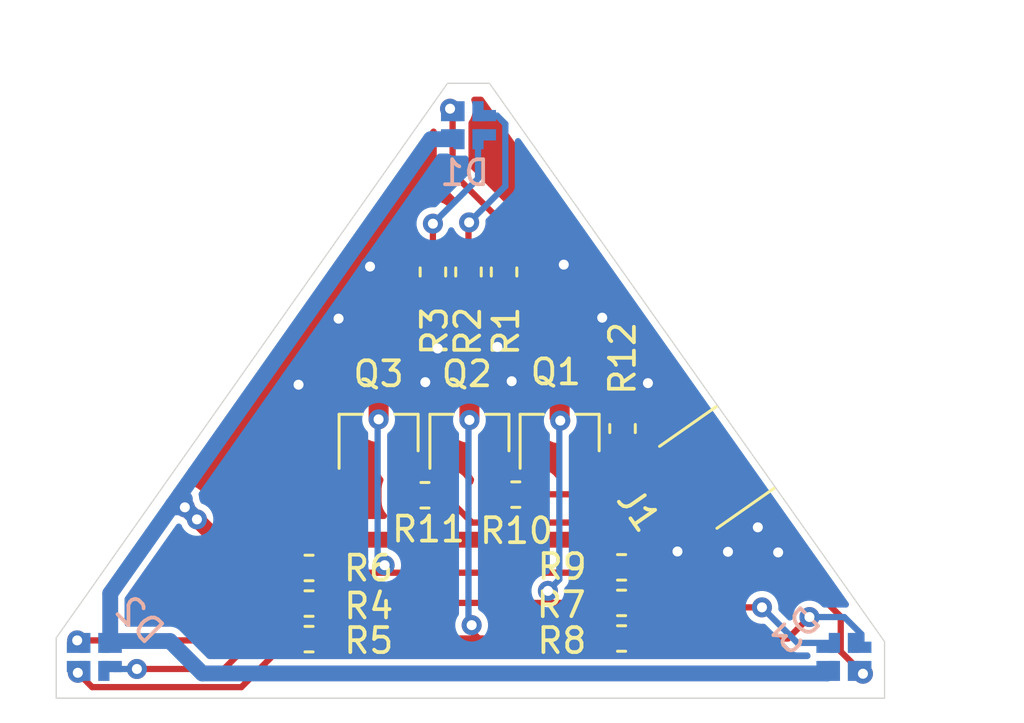
<source format=kicad_pcb>
(kicad_pcb (version 20171130) (host pcbnew "(5.1.6)-1")

  (general
    (thickness 1.6)
    (drawings 9)
    (tracks 168)
    (zones 0)
    (modules 19)
    (nets 21)
  )

  (page A4)
  (layers
    (0 F.Cu signal)
    (31 B.Cu signal)
    (32 B.Adhes user)
    (33 F.Adhes user)
    (34 B.Paste user)
    (35 F.Paste user)
    (36 B.SilkS user)
    (37 F.SilkS user)
    (38 B.Mask user)
    (39 F.Mask user)
    (40 Dwgs.User user)
    (41 Cmts.User user)
    (42 Eco1.User user)
    (43 Eco2.User user)
    (44 Edge.Cuts user)
    (45 Margin user)
    (46 B.CrtYd user)
    (47 F.CrtYd user)
    (48 B.Fab user hide)
    (49 F.Fab user hide)
  )

  (setup
    (last_trace_width 0.381)
    (user_trace_width 0.381)
    (user_trace_width 0.635)
    (user_trace_width 0.762)
    (trace_clearance 0.2)
    (zone_clearance 0.508)
    (zone_45_only no)
    (trace_min 0.2)
    (via_size 0.8)
    (via_drill 0.4)
    (via_min_size 0.4)
    (via_min_drill 0.3)
    (uvia_size 0.3)
    (uvia_drill 0.1)
    (uvias_allowed no)
    (uvia_min_size 0.2)
    (uvia_min_drill 0.1)
    (edge_width 0.05)
    (segment_width 0.2)
    (pcb_text_width 0.3)
    (pcb_text_size 1.5 1.5)
    (mod_edge_width 0.12)
    (mod_text_size 1 1)
    (mod_text_width 0.15)
    (pad_size 1.524 1.524)
    (pad_drill 0.762)
    (pad_to_mask_clearance 0.05)
    (aux_axis_origin 0 0)
    (visible_elements 7FFFFFFF)
    (pcbplotparams
      (layerselection 0x010fc_ffffffff)
      (usegerberextensions false)
      (usegerberattributes true)
      (usegerberadvancedattributes true)
      (creategerberjobfile true)
      (excludeedgelayer true)
      (linewidth 0.100000)
      (plotframeref false)
      (viasonmask false)
      (mode 1)
      (useauxorigin false)
      (hpglpennumber 1)
      (hpglpenspeed 20)
      (hpglpendiameter 15.000000)
      (psnegative false)
      (psa4output false)
      (plotreference true)
      (plotvalue true)
      (plotinvisibletext false)
      (padsonsilk false)
      (subtractmaskfromsilk false)
      (outputformat 1)
      (mirror false)
      (drillshape 0)
      (scaleselection 1)
      (outputdirectory "LED_A1.0-=-gerber/"))
  )

  (net 0 "")
  (net 1 +5V)
  (net 2 "Net-(D1-Pad4)")
  (net 3 "Net-(D1-Pad2)")
  (net 4 "Net-(D1-Pad3)")
  (net 5 "Net-(D2-Pad4)")
  (net 6 "Net-(D2-Pad2)")
  (net 7 "Net-(D2-Pad3)")
  (net 8 "Net-(D3-Pad4)")
  (net 9 "Net-(D3-Pad2)")
  (net 10 "Net-(D3-Pad3)")
  (net 11 /LED_R)
  (net 12 /LED_G)
  (net 13 /LED_B)
  (net 14 Earth)
  (net 15 /LED_B_O)
  (net 16 /LED_R_O)
  (net 17 /LED_G_O)
  (net 18 "Net-(Q1-Pad2)")
  (net 19 "Net-(Q2-Pad2)")
  (net 20 "Net-(Q3-Pad2)")

  (net_class Default "This is the default net class."
    (clearance 0.2)
    (trace_width 0.25)
    (via_dia 0.8)
    (via_drill 0.4)
    (uvia_dia 0.3)
    (uvia_drill 0.1)
    (add_net +5V)
    (add_net /LED_B)
    (add_net /LED_B_O)
    (add_net /LED_G)
    (add_net /LED_G_O)
    (add_net /LED_R)
    (add_net /LED_R_O)
    (add_net Earth)
    (add_net "Net-(D1-Pad2)")
    (add_net "Net-(D1-Pad3)")
    (add_net "Net-(D1-Pad4)")
    (add_net "Net-(D2-Pad2)")
    (add_net "Net-(D2-Pad3)")
    (add_net "Net-(D2-Pad4)")
    (add_net "Net-(D3-Pad2)")
    (add_net "Net-(D3-Pad3)")
    (add_net "Net-(D3-Pad4)")
    (add_net "Net-(Q1-Pad2)")
    (add_net "Net-(Q2-Pad2)")
    (add_net "Net-(Q3-Pad2)")
  )

  (module Resistor_SMD:R_0603_1608Metric (layer F.Cu) (tedit 5B301BBD) (tstamp 5FCF5DB8)
    (at 43.1165 28.2067 90)
    (descr "Resistor SMD 0603 (1608 Metric), square (rectangular) end terminal, IPC_7351 nominal, (Body size source: http://www.tortai-tech.com/upload/download/2011102023233369053.pdf), generated with kicad-footprint-generator")
    (tags resistor)
    (path /5FD61DF8)
    (attr smd)
    (fp_text reference R12 (at 2.8067 0 90) (layer F.SilkS)
      (effects (font (size 1 1) (thickness 0.15)))
    )
    (fp_text value 1K (at 0 1.43 90) (layer F.Fab)
      (effects (font (size 1 1) (thickness 0.15)))
    )
    (fp_text user %R (at 0 0 90) (layer F.Fab)
      (effects (font (size 0.4 0.4) (thickness 0.06)))
    )
    (fp_line (start -0.8 0.4) (end -0.8 -0.4) (layer F.Fab) (width 0.1))
    (fp_line (start -0.8 -0.4) (end 0.8 -0.4) (layer F.Fab) (width 0.1))
    (fp_line (start 0.8 -0.4) (end 0.8 0.4) (layer F.Fab) (width 0.1))
    (fp_line (start 0.8 0.4) (end -0.8 0.4) (layer F.Fab) (width 0.1))
    (fp_line (start -0.162779 -0.51) (end 0.162779 -0.51) (layer F.SilkS) (width 0.12))
    (fp_line (start -0.162779 0.51) (end 0.162779 0.51) (layer F.SilkS) (width 0.12))
    (fp_line (start -1.48 0.73) (end -1.48 -0.73) (layer F.CrtYd) (width 0.05))
    (fp_line (start -1.48 -0.73) (end 1.48 -0.73) (layer F.CrtYd) (width 0.05))
    (fp_line (start 1.48 -0.73) (end 1.48 0.73) (layer F.CrtYd) (width 0.05))
    (fp_line (start 1.48 0.73) (end -1.48 0.73) (layer F.CrtYd) (width 0.05))
    (pad 2 smd roundrect (at 0.7875 0 90) (size 0.875 0.95) (layers F.Cu F.Paste F.Mask) (roundrect_rratio 0.25)
      (net 13 /LED_B))
    (pad 1 smd roundrect (at -0.7875 0 90) (size 0.875 0.95) (layers F.Cu F.Paste F.Mask) (roundrect_rratio 0.25)
      (net 18 "Net-(Q1-Pad2)"))
    (model ${KISYS3DMOD}/Resistor_SMD.3dshapes/R_0603_1608Metric.wrl
      (at (xyz 0 0 0))
      (scale (xyz 1 1 1))
      (rotate (xyz 0 0 0))
    )
  )

  (module Resistor_SMD:R_0603_1608Metric (layer F.Cu) (tedit 5B301BBD) (tstamp 5FCF5DA7)
    (at 35.2171 30.8737)
    (descr "Resistor SMD 0603 (1608 Metric), square (rectangular) end terminal, IPC_7351 nominal, (Body size source: http://www.tortai-tech.com/upload/download/2011102023233369053.pdf), generated with kicad-footprint-generator")
    (tags resistor)
    (path /5FD67172)
    (attr smd)
    (fp_text reference R11 (at 0.1397 1.3589) (layer F.SilkS)
      (effects (font (size 1 1) (thickness 0.15)))
    )
    (fp_text value 1K (at 0 1.43) (layer F.Fab)
      (effects (font (size 1 1) (thickness 0.15)))
    )
    (fp_text user %R (at 0 0) (layer F.Fab)
      (effects (font (size 0.4 0.4) (thickness 0.06)))
    )
    (fp_line (start -0.8 0.4) (end -0.8 -0.4) (layer F.Fab) (width 0.1))
    (fp_line (start -0.8 -0.4) (end 0.8 -0.4) (layer F.Fab) (width 0.1))
    (fp_line (start 0.8 -0.4) (end 0.8 0.4) (layer F.Fab) (width 0.1))
    (fp_line (start 0.8 0.4) (end -0.8 0.4) (layer F.Fab) (width 0.1))
    (fp_line (start -0.162779 -0.51) (end 0.162779 -0.51) (layer F.SilkS) (width 0.12))
    (fp_line (start -0.162779 0.51) (end 0.162779 0.51) (layer F.SilkS) (width 0.12))
    (fp_line (start -1.48 0.73) (end -1.48 -0.73) (layer F.CrtYd) (width 0.05))
    (fp_line (start -1.48 -0.73) (end 1.48 -0.73) (layer F.CrtYd) (width 0.05))
    (fp_line (start 1.48 -0.73) (end 1.48 0.73) (layer F.CrtYd) (width 0.05))
    (fp_line (start 1.48 0.73) (end -1.48 0.73) (layer F.CrtYd) (width 0.05))
    (pad 2 smd roundrect (at 0.7875 0) (size 0.875 0.95) (layers F.Cu F.Paste F.Mask) (roundrect_rratio 0.25)
      (net 12 /LED_G))
    (pad 1 smd roundrect (at -0.7875 0) (size 0.875 0.95) (layers F.Cu F.Paste F.Mask) (roundrect_rratio 0.25)
      (net 20 "Net-(Q3-Pad2)"))
    (model ${KISYS3DMOD}/Resistor_SMD.3dshapes/R_0603_1608Metric.wrl
      (at (xyz 0 0 0))
      (scale (xyz 1 1 1))
      (rotate (xyz 0 0 0))
    )
  )

  (module Resistor_SMD:R_0603_1608Metric (layer F.Cu) (tedit 5B301BBD) (tstamp 5FCF5D96)
    (at 38.8493 30.8483)
    (descr "Resistor SMD 0603 (1608 Metric), square (rectangular) end terminal, IPC_7351 nominal, (Body size source: http://www.tortai-tech.com/upload/download/2011102023233369053.pdf), generated with kicad-footprint-generator")
    (tags resistor)
    (path /5FD627CF)
    (attr smd)
    (fp_text reference R10 (at 0.0254 1.4478) (layer F.SilkS)
      (effects (font (size 1 1) (thickness 0.15)))
    )
    (fp_text value 1K (at 0 1.43) (layer F.Fab)
      (effects (font (size 1 1) (thickness 0.15)))
    )
    (fp_text user %R (at 0 0) (layer F.Fab)
      (effects (font (size 0.4 0.4) (thickness 0.06)))
    )
    (fp_line (start -0.8 0.4) (end -0.8 -0.4) (layer F.Fab) (width 0.1))
    (fp_line (start -0.8 -0.4) (end 0.8 -0.4) (layer F.Fab) (width 0.1))
    (fp_line (start 0.8 -0.4) (end 0.8 0.4) (layer F.Fab) (width 0.1))
    (fp_line (start 0.8 0.4) (end -0.8 0.4) (layer F.Fab) (width 0.1))
    (fp_line (start -0.162779 -0.51) (end 0.162779 -0.51) (layer F.SilkS) (width 0.12))
    (fp_line (start -0.162779 0.51) (end 0.162779 0.51) (layer F.SilkS) (width 0.12))
    (fp_line (start -1.48 0.73) (end -1.48 -0.73) (layer F.CrtYd) (width 0.05))
    (fp_line (start -1.48 -0.73) (end 1.48 -0.73) (layer F.CrtYd) (width 0.05))
    (fp_line (start 1.48 -0.73) (end 1.48 0.73) (layer F.CrtYd) (width 0.05))
    (fp_line (start 1.48 0.73) (end -1.48 0.73) (layer F.CrtYd) (width 0.05))
    (pad 2 smd roundrect (at 0.7875 0) (size 0.875 0.95) (layers F.Cu F.Paste F.Mask) (roundrect_rratio 0.25)
      (net 11 /LED_R))
    (pad 1 smd roundrect (at -0.7875 0) (size 0.875 0.95) (layers F.Cu F.Paste F.Mask) (roundrect_rratio 0.25)
      (net 19 "Net-(Q2-Pad2)"))
    (model ${KISYS3DMOD}/Resistor_SMD.3dshapes/R_0603_1608Metric.wrl
      (at (xyz 0 0 0))
      (scale (xyz 1 1 1))
      (rotate (xyz 0 0 0))
    )
  )

  (module Resistor_SMD:R_0603_1608Metric (layer F.Cu) (tedit 5B301BBD) (tstamp 5FCF1C77)
    (at 43.0784 33.7566)
    (descr "Resistor SMD 0603 (1608 Metric), square (rectangular) end terminal, IPC_7351 nominal, (Body size source: http://www.tortai-tech.com/upload/download/2011102023233369053.pdf), generated with kicad-footprint-generator")
    (tags resistor)
    (path /5FD2ECBE)
    (attr smd)
    (fp_text reference R9 (at -2.3749 -0.0254) (layer F.SilkS)
      (effects (font (size 1 1) (thickness 0.15)))
    )
    (fp_text value 10K (at 0 1.43) (layer F.Fab)
      (effects (font (size 1 1) (thickness 0.15)))
    )
    (fp_text user %R (at 0 0) (layer F.Fab)
      (effects (font (size 0.4 0.4) (thickness 0.06)))
    )
    (fp_line (start -0.8 0.4) (end -0.8 -0.4) (layer F.Fab) (width 0.1))
    (fp_line (start -0.8 -0.4) (end 0.8 -0.4) (layer F.Fab) (width 0.1))
    (fp_line (start 0.8 -0.4) (end 0.8 0.4) (layer F.Fab) (width 0.1))
    (fp_line (start 0.8 0.4) (end -0.8 0.4) (layer F.Fab) (width 0.1))
    (fp_line (start -0.162779 -0.51) (end 0.162779 -0.51) (layer F.SilkS) (width 0.12))
    (fp_line (start -0.162779 0.51) (end 0.162779 0.51) (layer F.SilkS) (width 0.12))
    (fp_line (start -1.48 0.73) (end -1.48 -0.73) (layer F.CrtYd) (width 0.05))
    (fp_line (start -1.48 -0.73) (end 1.48 -0.73) (layer F.CrtYd) (width 0.05))
    (fp_line (start 1.48 -0.73) (end 1.48 0.73) (layer F.CrtYd) (width 0.05))
    (fp_line (start 1.48 0.73) (end -1.48 0.73) (layer F.CrtYd) (width 0.05))
    (pad 2 smd roundrect (at 0.7875 0) (size 0.875 0.95) (layers F.Cu F.Paste F.Mask) (roundrect_rratio 0.25)
      (net 9 "Net-(D3-Pad2)"))
    (pad 1 smd roundrect (at -0.7875 0) (size 0.875 0.95) (layers F.Cu F.Paste F.Mask) (roundrect_rratio 0.25)
      (net 17 /LED_G_O))
    (model ${KISYS3DMOD}/Resistor_SMD.3dshapes/R_0603_1608Metric.wrl
      (at (xyz 0 0 0))
      (scale (xyz 1 1 1))
      (rotate (xyz 0 0 0))
    )
  )

  (module Resistor_SMD:R_0603_1608Metric (layer F.Cu) (tedit 5B301BBD) (tstamp 5FCF1C66)
    (at 43.0784 36.6014)
    (descr "Resistor SMD 0603 (1608 Metric), square (rectangular) end terminal, IPC_7351 nominal, (Body size source: http://www.tortai-tech.com/upload/download/2011102023233369053.pdf), generated with kicad-footprint-generator")
    (tags resistor)
    (path /5FD2ECB8)
    (attr smd)
    (fp_text reference R8 (at -2.3876 0.0889) (layer F.SilkS)
      (effects (font (size 1 1) (thickness 0.15)))
    )
    (fp_text value 10K (at 0 1.43) (layer F.Fab)
      (effects (font (size 1 1) (thickness 0.15)))
    )
    (fp_text user %R (at 0 0) (layer F.Fab)
      (effects (font (size 0.4 0.4) (thickness 0.06)))
    )
    (fp_line (start -0.8 0.4) (end -0.8 -0.4) (layer F.Fab) (width 0.1))
    (fp_line (start -0.8 -0.4) (end 0.8 -0.4) (layer F.Fab) (width 0.1))
    (fp_line (start 0.8 -0.4) (end 0.8 0.4) (layer F.Fab) (width 0.1))
    (fp_line (start 0.8 0.4) (end -0.8 0.4) (layer F.Fab) (width 0.1))
    (fp_line (start -0.162779 -0.51) (end 0.162779 -0.51) (layer F.SilkS) (width 0.12))
    (fp_line (start -0.162779 0.51) (end 0.162779 0.51) (layer F.SilkS) (width 0.12))
    (fp_line (start -1.48 0.73) (end -1.48 -0.73) (layer F.CrtYd) (width 0.05))
    (fp_line (start -1.48 -0.73) (end 1.48 -0.73) (layer F.CrtYd) (width 0.05))
    (fp_line (start 1.48 -0.73) (end 1.48 0.73) (layer F.CrtYd) (width 0.05))
    (fp_line (start 1.48 0.73) (end -1.48 0.73) (layer F.CrtYd) (width 0.05))
    (pad 2 smd roundrect (at 0.7875 0) (size 0.875 0.95) (layers F.Cu F.Paste F.Mask) (roundrect_rratio 0.25)
      (net 10 "Net-(D3-Pad3)"))
    (pad 1 smd roundrect (at -0.7875 0) (size 0.875 0.95) (layers F.Cu F.Paste F.Mask) (roundrect_rratio 0.25)
      (net 16 /LED_R_O))
    (model ${KISYS3DMOD}/Resistor_SMD.3dshapes/R_0603_1608Metric.wrl
      (at (xyz 0 0 0))
      (scale (xyz 1 1 1))
      (rotate (xyz 0 0 0))
    )
  )

  (module Resistor_SMD:R_0603_1608Metric (layer F.Cu) (tedit 5B301BBD) (tstamp 5FCF1C55)
    (at 43.0784 35.179)
    (descr "Resistor SMD 0603 (1608 Metric), square (rectangular) end terminal, IPC_7351 nominal, (Body size source: http://www.tortai-tech.com/upload/download/2011102023233369053.pdf), generated with kicad-footprint-generator")
    (tags resistor)
    (path /5FD2ECA7)
    (attr smd)
    (fp_text reference R7 (at -2.413 0.0762) (layer F.SilkS)
      (effects (font (size 1 1) (thickness 0.15)))
    )
    (fp_text value 10K (at 0 1.43) (layer F.Fab)
      (effects (font (size 1 1) (thickness 0.15)))
    )
    (fp_text user %R (at 0 0) (layer F.Fab)
      (effects (font (size 0.4 0.4) (thickness 0.06)))
    )
    (fp_line (start -0.8 0.4) (end -0.8 -0.4) (layer F.Fab) (width 0.1))
    (fp_line (start -0.8 -0.4) (end 0.8 -0.4) (layer F.Fab) (width 0.1))
    (fp_line (start 0.8 -0.4) (end 0.8 0.4) (layer F.Fab) (width 0.1))
    (fp_line (start 0.8 0.4) (end -0.8 0.4) (layer F.Fab) (width 0.1))
    (fp_line (start -0.162779 -0.51) (end 0.162779 -0.51) (layer F.SilkS) (width 0.12))
    (fp_line (start -0.162779 0.51) (end 0.162779 0.51) (layer F.SilkS) (width 0.12))
    (fp_line (start -1.48 0.73) (end -1.48 -0.73) (layer F.CrtYd) (width 0.05))
    (fp_line (start -1.48 -0.73) (end 1.48 -0.73) (layer F.CrtYd) (width 0.05))
    (fp_line (start 1.48 -0.73) (end 1.48 0.73) (layer F.CrtYd) (width 0.05))
    (fp_line (start 1.48 0.73) (end -1.48 0.73) (layer F.CrtYd) (width 0.05))
    (pad 2 smd roundrect (at 0.7875 0) (size 0.875 0.95) (layers F.Cu F.Paste F.Mask) (roundrect_rratio 0.25)
      (net 8 "Net-(D3-Pad4)"))
    (pad 1 smd roundrect (at -0.7875 0) (size 0.875 0.95) (layers F.Cu F.Paste F.Mask) (roundrect_rratio 0.25)
      (net 15 /LED_B_O))
    (model ${KISYS3DMOD}/Resistor_SMD.3dshapes/R_0603_1608Metric.wrl
      (at (xyz 0 0 0))
      (scale (xyz 1 1 1))
      (rotate (xyz 0 0 0))
    )
  )

  (module Resistor_SMD:R_0603_1608Metric (layer F.Cu) (tedit 5B301BBD) (tstamp 5FCF1C44)
    (at 30.5816 33.782 180)
    (descr "Resistor SMD 0603 (1608 Metric), square (rectangular) end terminal, IPC_7351 nominal, (Body size source: http://www.tortai-tech.com/upload/download/2011102023233369053.pdf), generated with kicad-footprint-generator")
    (tags resistor)
    (path /5FD2DDEE)
    (attr smd)
    (fp_text reference R6 (at -2.3749 -0.0127) (layer F.SilkS)
      (effects (font (size 1 1) (thickness 0.15)))
    )
    (fp_text value 10K (at 0 1.43) (layer F.Fab)
      (effects (font (size 1 1) (thickness 0.15)))
    )
    (fp_text user %R (at 0 0) (layer F.Fab)
      (effects (font (size 0.4 0.4) (thickness 0.06)))
    )
    (fp_line (start -0.8 0.4) (end -0.8 -0.4) (layer F.Fab) (width 0.1))
    (fp_line (start -0.8 -0.4) (end 0.8 -0.4) (layer F.Fab) (width 0.1))
    (fp_line (start 0.8 -0.4) (end 0.8 0.4) (layer F.Fab) (width 0.1))
    (fp_line (start 0.8 0.4) (end -0.8 0.4) (layer F.Fab) (width 0.1))
    (fp_line (start -0.162779 -0.51) (end 0.162779 -0.51) (layer F.SilkS) (width 0.12))
    (fp_line (start -0.162779 0.51) (end 0.162779 0.51) (layer F.SilkS) (width 0.12))
    (fp_line (start -1.48 0.73) (end -1.48 -0.73) (layer F.CrtYd) (width 0.05))
    (fp_line (start -1.48 -0.73) (end 1.48 -0.73) (layer F.CrtYd) (width 0.05))
    (fp_line (start 1.48 -0.73) (end 1.48 0.73) (layer F.CrtYd) (width 0.05))
    (fp_line (start 1.48 0.73) (end -1.48 0.73) (layer F.CrtYd) (width 0.05))
    (pad 2 smd roundrect (at 0.7875 0 180) (size 0.875 0.95) (layers F.Cu F.Paste F.Mask) (roundrect_rratio 0.25)
      (net 6 "Net-(D2-Pad2)"))
    (pad 1 smd roundrect (at -0.7875 0 180) (size 0.875 0.95) (layers F.Cu F.Paste F.Mask) (roundrect_rratio 0.25)
      (net 17 /LED_G_O))
    (model ${KISYS3DMOD}/Resistor_SMD.3dshapes/R_0603_1608Metric.wrl
      (at (xyz 0 0 0))
      (scale (xyz 1 1 1))
      (rotate (xyz 0 0 0))
    )
  )

  (module Resistor_SMD:R_0603_1608Metric (layer F.Cu) (tedit 5B301BBD) (tstamp 5FCF1C33)
    (at 30.5816 36.6268 180)
    (descr "Resistor SMD 0603 (1608 Metric), square (rectangular) end terminal, IPC_7351 nominal, (Body size source: http://www.tortai-tech.com/upload/download/2011102023233369053.pdf), generated with kicad-footprint-generator")
    (tags resistor)
    (path /5FD2DDE8)
    (attr smd)
    (fp_text reference R5 (at -2.3876 -0.0635) (layer F.SilkS)
      (effects (font (size 1 1) (thickness 0.15)))
    )
    (fp_text value 10K (at 0 1.43) (layer F.Fab)
      (effects (font (size 1 1) (thickness 0.15)))
    )
    (fp_text user %R (at 0 0) (layer F.Fab)
      (effects (font (size 0.4 0.4) (thickness 0.06)))
    )
    (fp_line (start -0.8 0.4) (end -0.8 -0.4) (layer F.Fab) (width 0.1))
    (fp_line (start -0.8 -0.4) (end 0.8 -0.4) (layer F.Fab) (width 0.1))
    (fp_line (start 0.8 -0.4) (end 0.8 0.4) (layer F.Fab) (width 0.1))
    (fp_line (start 0.8 0.4) (end -0.8 0.4) (layer F.Fab) (width 0.1))
    (fp_line (start -0.162779 -0.51) (end 0.162779 -0.51) (layer F.SilkS) (width 0.12))
    (fp_line (start -0.162779 0.51) (end 0.162779 0.51) (layer F.SilkS) (width 0.12))
    (fp_line (start -1.48 0.73) (end -1.48 -0.73) (layer F.CrtYd) (width 0.05))
    (fp_line (start -1.48 -0.73) (end 1.48 -0.73) (layer F.CrtYd) (width 0.05))
    (fp_line (start 1.48 -0.73) (end 1.48 0.73) (layer F.CrtYd) (width 0.05))
    (fp_line (start 1.48 0.73) (end -1.48 0.73) (layer F.CrtYd) (width 0.05))
    (pad 2 smd roundrect (at 0.7875 0 180) (size 0.875 0.95) (layers F.Cu F.Paste F.Mask) (roundrect_rratio 0.25)
      (net 7 "Net-(D2-Pad3)"))
    (pad 1 smd roundrect (at -0.7875 0 180) (size 0.875 0.95) (layers F.Cu F.Paste F.Mask) (roundrect_rratio 0.25)
      (net 16 /LED_R_O))
    (model ${KISYS3DMOD}/Resistor_SMD.3dshapes/R_0603_1608Metric.wrl
      (at (xyz 0 0 0))
      (scale (xyz 1 1 1))
      (rotate (xyz 0 0 0))
    )
  )

  (module Resistor_SMD:R_0603_1608Metric (layer F.Cu) (tedit 5B301BBD) (tstamp 5FCF1C22)
    (at 30.5816 35.2044 180)
    (descr "Resistor SMD 0603 (1608 Metric), square (rectangular) end terminal, IPC_7351 nominal, (Body size source: http://www.tortai-tech.com/upload/download/2011102023233369053.pdf), generated with kicad-footprint-generator")
    (tags resistor)
    (path /5FD2DDD7)
    (attr smd)
    (fp_text reference R4 (at -2.3876 -0.1016) (layer F.SilkS)
      (effects (font (size 1 1) (thickness 0.15)))
    )
    (fp_text value 10K (at 0 1.43) (layer F.Fab)
      (effects (font (size 1 1) (thickness 0.15)))
    )
    (fp_text user %R (at 0 0) (layer F.Fab)
      (effects (font (size 0.4 0.4) (thickness 0.06)))
    )
    (fp_line (start -0.8 0.4) (end -0.8 -0.4) (layer F.Fab) (width 0.1))
    (fp_line (start -0.8 -0.4) (end 0.8 -0.4) (layer F.Fab) (width 0.1))
    (fp_line (start 0.8 -0.4) (end 0.8 0.4) (layer F.Fab) (width 0.1))
    (fp_line (start 0.8 0.4) (end -0.8 0.4) (layer F.Fab) (width 0.1))
    (fp_line (start -0.162779 -0.51) (end 0.162779 -0.51) (layer F.SilkS) (width 0.12))
    (fp_line (start -0.162779 0.51) (end 0.162779 0.51) (layer F.SilkS) (width 0.12))
    (fp_line (start -1.48 0.73) (end -1.48 -0.73) (layer F.CrtYd) (width 0.05))
    (fp_line (start -1.48 -0.73) (end 1.48 -0.73) (layer F.CrtYd) (width 0.05))
    (fp_line (start 1.48 -0.73) (end 1.48 0.73) (layer F.CrtYd) (width 0.05))
    (fp_line (start 1.48 0.73) (end -1.48 0.73) (layer F.CrtYd) (width 0.05))
    (pad 2 smd roundrect (at 0.7875 0 180) (size 0.875 0.95) (layers F.Cu F.Paste F.Mask) (roundrect_rratio 0.25)
      (net 5 "Net-(D2-Pad4)"))
    (pad 1 smd roundrect (at -0.7875 0 180) (size 0.875 0.95) (layers F.Cu F.Paste F.Mask) (roundrect_rratio 0.25)
      (net 15 /LED_B_O))
    (model ${KISYS3DMOD}/Resistor_SMD.3dshapes/R_0603_1608Metric.wrl
      (at (xyz 0 0 0))
      (scale (xyz 1 1 1))
      (rotate (xyz 0 0 0))
    )
  )

  (module Resistor_SMD:R_0603_1608Metric (layer F.Cu) (tedit 5B301BBD) (tstamp 5FCF1C11)
    (at 35.5346 21.9456 90)
    (descr "Resistor SMD 0603 (1608 Metric), square (rectangular) end terminal, IPC_7351 nominal, (Body size source: http://www.tortai-tech.com/upload/download/2011102023233369053.pdf), generated with kicad-footprint-generator")
    (tags resistor)
    (path /5FD27695)
    (attr smd)
    (fp_text reference R3 (at -2.3622 0.0635 90) (layer F.SilkS)
      (effects (font (size 1 1) (thickness 0.15)))
    )
    (fp_text value 10K (at 0 1.43 90) (layer F.Fab)
      (effects (font (size 1 1) (thickness 0.15)))
    )
    (fp_text user %R (at 0 0 90) (layer F.Fab)
      (effects (font (size 0.4 0.4) (thickness 0.06)))
    )
    (fp_line (start -0.8 0.4) (end -0.8 -0.4) (layer F.Fab) (width 0.1))
    (fp_line (start -0.8 -0.4) (end 0.8 -0.4) (layer F.Fab) (width 0.1))
    (fp_line (start 0.8 -0.4) (end 0.8 0.4) (layer F.Fab) (width 0.1))
    (fp_line (start 0.8 0.4) (end -0.8 0.4) (layer F.Fab) (width 0.1))
    (fp_line (start -0.162779 -0.51) (end 0.162779 -0.51) (layer F.SilkS) (width 0.12))
    (fp_line (start -0.162779 0.51) (end 0.162779 0.51) (layer F.SilkS) (width 0.12))
    (fp_line (start -1.48 0.73) (end -1.48 -0.73) (layer F.CrtYd) (width 0.05))
    (fp_line (start -1.48 -0.73) (end 1.48 -0.73) (layer F.CrtYd) (width 0.05))
    (fp_line (start 1.48 -0.73) (end 1.48 0.73) (layer F.CrtYd) (width 0.05))
    (fp_line (start 1.48 0.73) (end -1.48 0.73) (layer F.CrtYd) (width 0.05))
    (pad 2 smd roundrect (at 0.7875 0 90) (size 0.875 0.95) (layers F.Cu F.Paste F.Mask) (roundrect_rratio 0.25)
      (net 3 "Net-(D1-Pad2)"))
    (pad 1 smd roundrect (at -0.7875 0 90) (size 0.875 0.95) (layers F.Cu F.Paste F.Mask) (roundrect_rratio 0.25)
      (net 17 /LED_G_O))
    (model ${KISYS3DMOD}/Resistor_SMD.3dshapes/R_0603_1608Metric.wrl
      (at (xyz 0 0 0))
      (scale (xyz 1 1 1))
      (rotate (xyz 0 0 0))
    )
  )

  (module Resistor_SMD:R_0603_1608Metric (layer F.Cu) (tedit 5B301BBD) (tstamp 5FCF1C00)
    (at 36.957 21.9456 90)
    (descr "Resistor SMD 0603 (1608 Metric), square (rectangular) end terminal, IPC_7351 nominal, (Body size source: http://www.tortai-tech.com/upload/download/2011102023233369053.pdf), generated with kicad-footprint-generator")
    (tags resistor)
    (path /5FD27169)
    (attr smd)
    (fp_text reference R2 (at -2.3749 -0.0254 90) (layer F.SilkS)
      (effects (font (size 1 1) (thickness 0.15)))
    )
    (fp_text value 10K (at 0 1.43 90) (layer F.Fab)
      (effects (font (size 1 1) (thickness 0.15)))
    )
    (fp_text user %R (at 0 0 90) (layer F.Fab)
      (effects (font (size 0.4 0.4) (thickness 0.06)))
    )
    (fp_line (start -0.8 0.4) (end -0.8 -0.4) (layer F.Fab) (width 0.1))
    (fp_line (start -0.8 -0.4) (end 0.8 -0.4) (layer F.Fab) (width 0.1))
    (fp_line (start 0.8 -0.4) (end 0.8 0.4) (layer F.Fab) (width 0.1))
    (fp_line (start 0.8 0.4) (end -0.8 0.4) (layer F.Fab) (width 0.1))
    (fp_line (start -0.162779 -0.51) (end 0.162779 -0.51) (layer F.SilkS) (width 0.12))
    (fp_line (start -0.162779 0.51) (end 0.162779 0.51) (layer F.SilkS) (width 0.12))
    (fp_line (start -1.48 0.73) (end -1.48 -0.73) (layer F.CrtYd) (width 0.05))
    (fp_line (start -1.48 -0.73) (end 1.48 -0.73) (layer F.CrtYd) (width 0.05))
    (fp_line (start 1.48 -0.73) (end 1.48 0.73) (layer F.CrtYd) (width 0.05))
    (fp_line (start 1.48 0.73) (end -1.48 0.73) (layer F.CrtYd) (width 0.05))
    (pad 2 smd roundrect (at 0.7875 0 90) (size 0.875 0.95) (layers F.Cu F.Paste F.Mask) (roundrect_rratio 0.25)
      (net 4 "Net-(D1-Pad3)"))
    (pad 1 smd roundrect (at -0.7875 0 90) (size 0.875 0.95) (layers F.Cu F.Paste F.Mask) (roundrect_rratio 0.25)
      (net 16 /LED_R_O))
    (model ${KISYS3DMOD}/Resistor_SMD.3dshapes/R_0603_1608Metric.wrl
      (at (xyz 0 0 0))
      (scale (xyz 1 1 1))
      (rotate (xyz 0 0 0))
    )
  )

  (module Resistor_SMD:R_0603_1608Metric (layer F.Cu) (tedit 5B301BBD) (tstamp 5FCF1BEF)
    (at 38.3794 21.9456 90)
    (descr "Resistor SMD 0603 (1608 Metric), square (rectangular) end terminal, IPC_7351 nominal, (Body size source: http://www.tortai-tech.com/upload/download/2011102023233369053.pdf), generated with kicad-footprint-generator")
    (tags resistor)
    (path /5FD155E6)
    (attr smd)
    (fp_text reference R1 (at -2.3749 0.0762 90) (layer F.SilkS)
      (effects (font (size 1 1) (thickness 0.15)))
    )
    (fp_text value 10K (at 0 1.43 90) (layer F.Fab)
      (effects (font (size 1 1) (thickness 0.15)))
    )
    (fp_text user %R (at 0 0 90) (layer F.Fab)
      (effects (font (size 0.4 0.4) (thickness 0.06)))
    )
    (fp_line (start -0.8 0.4) (end -0.8 -0.4) (layer F.Fab) (width 0.1))
    (fp_line (start -0.8 -0.4) (end 0.8 -0.4) (layer F.Fab) (width 0.1))
    (fp_line (start 0.8 -0.4) (end 0.8 0.4) (layer F.Fab) (width 0.1))
    (fp_line (start 0.8 0.4) (end -0.8 0.4) (layer F.Fab) (width 0.1))
    (fp_line (start -0.162779 -0.51) (end 0.162779 -0.51) (layer F.SilkS) (width 0.12))
    (fp_line (start -0.162779 0.51) (end 0.162779 0.51) (layer F.SilkS) (width 0.12))
    (fp_line (start -1.48 0.73) (end -1.48 -0.73) (layer F.CrtYd) (width 0.05))
    (fp_line (start -1.48 -0.73) (end 1.48 -0.73) (layer F.CrtYd) (width 0.05))
    (fp_line (start 1.48 -0.73) (end 1.48 0.73) (layer F.CrtYd) (width 0.05))
    (fp_line (start 1.48 0.73) (end -1.48 0.73) (layer F.CrtYd) (width 0.05))
    (pad 2 smd roundrect (at 0.7875 0 90) (size 0.875 0.95) (layers F.Cu F.Paste F.Mask) (roundrect_rratio 0.25)
      (net 2 "Net-(D1-Pad4)"))
    (pad 1 smd roundrect (at -0.7875 0 90) (size 0.875 0.95) (layers F.Cu F.Paste F.Mask) (roundrect_rratio 0.25)
      (net 15 /LED_B_O))
    (model ${KISYS3DMOD}/Resistor_SMD.3dshapes/R_0603_1608Metric.wrl
      (at (xyz 0 0 0))
      (scale (xyz 1 1 1))
      (rotate (xyz 0 0 0))
    )
  )

  (module Package_TO_SOT_SMD:SOT-23 (layer F.Cu) (tedit 5A02FF57) (tstamp 5FCF1BDE)
    (at 33.3629 28.3972 90)
    (descr "SOT-23, Standard")
    (tags SOT-23)
    (path /5FD1BA55)
    (attr smd)
    (fp_text reference Q3 (at 2.3749 0 180) (layer F.SilkS)
      (effects (font (size 1 1) (thickness 0.15)))
    )
    (fp_text value S8050 (at 0 2.5 90) (layer F.Fab)
      (effects (font (size 1 1) (thickness 0.15)))
    )
    (fp_text user %R (at 0 0) (layer F.Fab)
      (effects (font (size 0.5 0.5) (thickness 0.075)))
    )
    (fp_line (start -0.7 -0.95) (end -0.7 1.5) (layer F.Fab) (width 0.1))
    (fp_line (start -0.15 -1.52) (end 0.7 -1.52) (layer F.Fab) (width 0.1))
    (fp_line (start -0.7 -0.95) (end -0.15 -1.52) (layer F.Fab) (width 0.1))
    (fp_line (start 0.7 -1.52) (end 0.7 1.52) (layer F.Fab) (width 0.1))
    (fp_line (start -0.7 1.52) (end 0.7 1.52) (layer F.Fab) (width 0.1))
    (fp_line (start 0.76 1.58) (end 0.76 0.65) (layer F.SilkS) (width 0.12))
    (fp_line (start 0.76 -1.58) (end 0.76 -0.65) (layer F.SilkS) (width 0.12))
    (fp_line (start -1.7 -1.75) (end 1.7 -1.75) (layer F.CrtYd) (width 0.05))
    (fp_line (start 1.7 -1.75) (end 1.7 1.75) (layer F.CrtYd) (width 0.05))
    (fp_line (start 1.7 1.75) (end -1.7 1.75) (layer F.CrtYd) (width 0.05))
    (fp_line (start -1.7 1.75) (end -1.7 -1.75) (layer F.CrtYd) (width 0.05))
    (fp_line (start 0.76 -1.58) (end -1.4 -1.58) (layer F.SilkS) (width 0.12))
    (fp_line (start 0.76 1.58) (end -0.7 1.58) (layer F.SilkS) (width 0.12))
    (pad 3 smd rect (at 1 0 90) (size 0.9 0.8) (layers F.Cu F.Paste F.Mask)
      (net 17 /LED_G_O))
    (pad 2 smd rect (at -1 0.95 90) (size 0.9 0.8) (layers F.Cu F.Paste F.Mask)
      (net 20 "Net-(Q3-Pad2)"))
    (pad 1 smd rect (at -1 -0.95 90) (size 0.9 0.8) (layers F.Cu F.Paste F.Mask)
      (net 14 Earth))
    (model ${KISYS3DMOD}/Package_TO_SOT_SMD.3dshapes/SOT-23.wrl
      (at (xyz 0 0 0))
      (scale (xyz 1 1 1))
      (rotate (xyz 0 0 0))
    )
  )

  (module Package_TO_SOT_SMD:SOT-23 (layer F.Cu) (tedit 5A02FF57) (tstamp 5FCF1BC9)
    (at 36.9951 28.3972 90)
    (descr "SOT-23, Standard")
    (tags SOT-23)
    (path /5FD1B541)
    (attr smd)
    (fp_text reference Q2 (at 2.3749 -0.1016 180) (layer F.SilkS)
      (effects (font (size 1 1) (thickness 0.15)))
    )
    (fp_text value S8050 (at 0 2.5 90) (layer F.Fab)
      (effects (font (size 1 1) (thickness 0.15)))
    )
    (fp_text user %R (at 0 0) (layer F.Fab)
      (effects (font (size 0.5 0.5) (thickness 0.075)))
    )
    (fp_line (start -0.7 -0.95) (end -0.7 1.5) (layer F.Fab) (width 0.1))
    (fp_line (start -0.15 -1.52) (end 0.7 -1.52) (layer F.Fab) (width 0.1))
    (fp_line (start -0.7 -0.95) (end -0.15 -1.52) (layer F.Fab) (width 0.1))
    (fp_line (start 0.7 -1.52) (end 0.7 1.52) (layer F.Fab) (width 0.1))
    (fp_line (start -0.7 1.52) (end 0.7 1.52) (layer F.Fab) (width 0.1))
    (fp_line (start 0.76 1.58) (end 0.76 0.65) (layer F.SilkS) (width 0.12))
    (fp_line (start 0.76 -1.58) (end 0.76 -0.65) (layer F.SilkS) (width 0.12))
    (fp_line (start -1.7 -1.75) (end 1.7 -1.75) (layer F.CrtYd) (width 0.05))
    (fp_line (start 1.7 -1.75) (end 1.7 1.75) (layer F.CrtYd) (width 0.05))
    (fp_line (start 1.7 1.75) (end -1.7 1.75) (layer F.CrtYd) (width 0.05))
    (fp_line (start -1.7 1.75) (end -1.7 -1.75) (layer F.CrtYd) (width 0.05))
    (fp_line (start 0.76 -1.58) (end -1.4 -1.58) (layer F.SilkS) (width 0.12))
    (fp_line (start 0.76 1.58) (end -0.7 1.58) (layer F.SilkS) (width 0.12))
    (pad 3 smd rect (at 1 0 90) (size 0.9 0.8) (layers F.Cu F.Paste F.Mask)
      (net 16 /LED_R_O))
    (pad 2 smd rect (at -1 0.95 90) (size 0.9 0.8) (layers F.Cu F.Paste F.Mask)
      (net 19 "Net-(Q2-Pad2)"))
    (pad 1 smd rect (at -1 -0.95 90) (size 0.9 0.8) (layers F.Cu F.Paste F.Mask)
      (net 14 Earth))
    (model ${KISYS3DMOD}/Package_TO_SOT_SMD.3dshapes/SOT-23.wrl
      (at (xyz 0 0 0))
      (scale (xyz 1 1 1))
      (rotate (xyz 0 0 0))
    )
  )

  (module Package_TO_SOT_SMD:SOT-23 (layer F.Cu) (tedit 5A02FF57) (tstamp 5FCF1BB4)
    (at 40.6019 28.3972 90)
    (descr "SOT-23, Standard")
    (tags SOT-23)
    (path /5FD1AC21)
    (attr smd)
    (fp_text reference Q1 (at 2.4511 -0.1524 180) (layer F.SilkS)
      (effects (font (size 1 1) (thickness 0.15)))
    )
    (fp_text value S8050 (at 0 2.5 90) (layer F.Fab)
      (effects (font (size 1 1) (thickness 0.15)))
    )
    (fp_text user %R (at 0 0) (layer F.Fab)
      (effects (font (size 0.5 0.5) (thickness 0.075)))
    )
    (fp_line (start -0.7 -0.95) (end -0.7 1.5) (layer F.Fab) (width 0.1))
    (fp_line (start -0.15 -1.52) (end 0.7 -1.52) (layer F.Fab) (width 0.1))
    (fp_line (start -0.7 -0.95) (end -0.15 -1.52) (layer F.Fab) (width 0.1))
    (fp_line (start 0.7 -1.52) (end 0.7 1.52) (layer F.Fab) (width 0.1))
    (fp_line (start -0.7 1.52) (end 0.7 1.52) (layer F.Fab) (width 0.1))
    (fp_line (start 0.76 1.58) (end 0.76 0.65) (layer F.SilkS) (width 0.12))
    (fp_line (start 0.76 -1.58) (end 0.76 -0.65) (layer F.SilkS) (width 0.12))
    (fp_line (start -1.7 -1.75) (end 1.7 -1.75) (layer F.CrtYd) (width 0.05))
    (fp_line (start 1.7 -1.75) (end 1.7 1.75) (layer F.CrtYd) (width 0.05))
    (fp_line (start 1.7 1.75) (end -1.7 1.75) (layer F.CrtYd) (width 0.05))
    (fp_line (start -1.7 1.75) (end -1.7 -1.75) (layer F.CrtYd) (width 0.05))
    (fp_line (start 0.76 -1.58) (end -1.4 -1.58) (layer F.SilkS) (width 0.12))
    (fp_line (start 0.76 1.58) (end -0.7 1.58) (layer F.SilkS) (width 0.12))
    (pad 3 smd rect (at 1 0 90) (size 0.9 0.8) (layers F.Cu F.Paste F.Mask)
      (net 15 /LED_B_O))
    (pad 2 smd rect (at -1 0.95 90) (size 0.9 0.8) (layers F.Cu F.Paste F.Mask)
      (net 18 "Net-(Q1-Pad2)"))
    (pad 1 smd rect (at -1 -0.95 90) (size 0.9 0.8) (layers F.Cu F.Paste F.Mask)
      (net 14 Earth))
    (model ${KISYS3DMOD}/Package_TO_SOT_SMD.3dshapes/SOT-23.wrl
      (at (xyz 0 0 0))
      (scale (xyz 1 1 1))
      (rotate (xyz 0 0 0))
    )
  )

  (module SamacSys_Parts:FPC-0.7x5-Handsoldering (layer F.Cu) (tedit 5FCDE6A3) (tstamp 5FCF5916)
    (at 46.1264 30.3276 125)
    (path /5FCE2E5B)
    (fp_text reference J1 (at 0.436299 -2.593718 125) (layer F.SilkS)
      (effects (font (size 1 1) (thickness 0.15)))
    )
    (fp_text value Conn_01x05 (at 2.4765 -0.5 125) (layer F.Fab)
      (effects (font (size 1 1) (thickness 0.15)))
    )
    (fp_line (start -1.9685 2.3495) (end -1.9685 -0.4445) (layer F.SilkS) (width 0.12))
    (fp_line (start 2.032 2.3495) (end 2.032 -0.4445) (layer F.SilkS) (width 0.12))
    (pad 4 smd roundrect (at 0.7265 0 125) (size 0.35 2.3) (layers F.Cu F.Paste F.Mask) (roundrect_rratio 0.25)
      (net 11 /LED_R))
    (pad 3 smd roundrect (at 0.0265 0 125) (size 0.35 2.3) (layers F.Cu F.Paste F.Mask) (roundrect_rratio 0.25)
      (net 12 /LED_G))
    (pad 2 smd roundrect (at -0.6735 0 125) (size 0.35 2.3) (layers F.Cu F.Paste F.Mask) (roundrect_rratio 0.25)
      (net 1 +5V))
    (pad 5 smd roundrect (at 1.4265 0 125) (size 0.35 2.3) (layers F.Cu F.Paste F.Mask) (roundrect_rratio 0.25)
      (net 13 /LED_B))
    (pad 1 smd roundrect (at -1.3735 0 125) (size 0.35 2.3) (layers F.Cu F.Paste F.Mask) (roundrect_rratio 0.25)
      (net 14 Earth))
  )

  (module SamacSys_Parts:RGD-compatible (layer B.Cu) (tedit 5FCE1610) (tstamp 5FCF1B94)
    (at 51.9684 37.338 270)
    (path /5FD2ECAD)
    (fp_text reference D3 (at -1.0414 1.8796 225) (layer B.SilkS)
      (effects (font (size 1 1) (thickness 0.15)) (justify mirror))
    )
    (fp_text value LED_ARGB (at 6.477 -8.3265 90) (layer B.Fab)
      (effects (font (size 1 1) (thickness 0.15)) (justify mirror))
    )
    (pad 1 smd rect (at 0.385 0.7 180) (size 0.8 0.45) (layers B.Cu B.Paste B.Mask)
      (net 1 +5V))
    (pad 4 smd rect (at -0.385 0.7 180) (size 0.8 0.45) (layers B.Cu B.Paste B.Mask)
      (net 8 "Net-(D3-Pad4)"))
    (pad 1 smd rect (at 0.56 0.381 270) (size 0.8 0.45) (layers B.Cu B.Paste B.Mask)
      (net 1 +5V))
    (pad 4 smd rect (at -0.56 0.381 270) (size 0.8 0.45) (layers B.Cu B.Paste B.Mask)
      (net 8 "Net-(D3-Pad4)"))
    (pad 2 smd rect (at 0.385 -0.7 180) (size 0.8 0.45) (layers B.Cu B.Paste B.Mask)
      (net 9 "Net-(D3-Pad2)"))
    (pad 2 smd rect (at 0.56 -0.381 270) (size 0.8 0.45) (layers B.Cu B.Paste B.Mask)
      (net 9 "Net-(D3-Pad2)"))
    (pad 3 smd rect (at -0.385 -0.7 180) (size 0.8 0.45) (layers B.Cu B.Paste B.Mask)
      (net 10 "Net-(D3-Pad3)"))
    (pad 3 smd rect (at -0.56 -0.381 270) (size 0.8 0.45) (layers B.Cu B.Paste B.Mask)
      (net 10 "Net-(D3-Pad3)"))
  )

  (module SamacSys_Parts:RGD-compatible (layer B.Cu) (tedit 5FCE1610) (tstamp 5FCF1B88)
    (at 21.9964 37.338 90)
    (path /5FD2DDDD)
    (fp_text reference D2 (at 1.4732 1.8034 315) (layer B.SilkS)
      (effects (font (size 1 1) (thickness 0.15)) (justify mirror))
    )
    (fp_text value LED_ARGB (at 6.477 -8.3265 270) (layer B.Fab)
      (effects (font (size 1 1) (thickness 0.15)) (justify mirror))
    )
    (pad 1 smd rect (at 0.385 0.7) (size 0.8 0.45) (layers B.Cu B.Paste B.Mask)
      (net 1 +5V))
    (pad 4 smd rect (at -0.385 0.7) (size 0.8 0.45) (layers B.Cu B.Paste B.Mask)
      (net 5 "Net-(D2-Pad4)"))
    (pad 1 smd rect (at 0.56 0.381 90) (size 0.8 0.45) (layers B.Cu B.Paste B.Mask)
      (net 1 +5V))
    (pad 4 smd rect (at -0.56 0.381 90) (size 0.8 0.45) (layers B.Cu B.Paste B.Mask)
      (net 5 "Net-(D2-Pad4)"))
    (pad 2 smd rect (at 0.385 -0.7) (size 0.8 0.45) (layers B.Cu B.Paste B.Mask)
      (net 6 "Net-(D2-Pad2)"))
    (pad 2 smd rect (at 0.56 -0.381 90) (size 0.8 0.45) (layers B.Cu B.Paste B.Mask)
      (net 6 "Net-(D2-Pad2)"))
    (pad 3 smd rect (at -0.385 -0.7) (size 0.8 0.45) (layers B.Cu B.Paste B.Mask)
      (net 7 "Net-(D2-Pad3)"))
    (pad 3 smd rect (at -0.56 -0.381 90) (size 0.8 0.45) (layers B.Cu B.Paste B.Mask)
      (net 7 "Net-(D2-Pad3)"))
  )

  (module SamacSys_Parts:RGD-compatible (layer B.Cu) (tedit 5FCE1610) (tstamp 5FCF1B7C)
    (at 36.957 16.0782 270)
    (path /5FCED7CD)
    (fp_text reference D1 (at 1.905 0.1524 180) (layer B.SilkS)
      (effects (font (size 1 1) (thickness 0.15)) (justify mirror))
    )
    (fp_text value LED_ARGB (at 6.477 -8.3265 90) (layer B.Fab)
      (effects (font (size 1 1) (thickness 0.15)) (justify mirror))
    )
    (pad 1 smd rect (at 0.385 0.7 180) (size 0.8 0.45) (layers B.Cu B.Paste B.Mask)
      (net 1 +5V))
    (pad 4 smd rect (at -0.385 0.7 180) (size 0.8 0.45) (layers B.Cu B.Paste B.Mask)
      (net 2 "Net-(D1-Pad4)"))
    (pad 1 smd rect (at 0.56 0.381 270) (size 0.8 0.45) (layers B.Cu B.Paste B.Mask)
      (net 1 +5V))
    (pad 4 smd rect (at -0.56 0.381 270) (size 0.8 0.45) (layers B.Cu B.Paste B.Mask)
      (net 2 "Net-(D1-Pad4)"))
    (pad 2 smd rect (at 0.385 -0.7 180) (size 0.8 0.45) (layers B.Cu B.Paste B.Mask)
      (net 3 "Net-(D1-Pad2)"))
    (pad 2 smd rect (at 0.56 -0.381 270) (size 0.8 0.45) (layers B.Cu B.Paste B.Mask)
      (net 3 "Net-(D1-Pad2)"))
    (pad 3 smd rect (at -0.385 -0.7 180) (size 0.8 0.45) (layers B.Cu B.Paste B.Mask)
      (net 4 "Net-(D1-Pad3)"))
    (pad 3 smd rect (at -0.56 -0.381 270) (size 0.8 0.45) (layers B.Cu B.Paste B.Mask)
      (net 4 "Net-(D1-Pad3)"))
  )

  (gr_line (start 36.1188 14.4018) (end 37.7952 14.4018) (layer Edge.Cuts) (width 0.05))
  (gr_line (start 53.594 38.989) (end 53.594 36.7284) (layer Edge.Cuts) (width 0.05))
  (gr_line (start 20.4724 36.576) (end 20.4724 38.989) (layer Edge.Cuts) (width 0.05))
  (gr_line (start 20.4724 38.989) (end 53.594 38.989) (layer Edge.Cuts) (width 0.05) (tstamp 5FCEDBFC))
  (gr_line (start 53.594 36.7284) (end 37.7952 14.4018) (layer Edge.Cuts) (width 0.05) (tstamp 5FCEDBF8))
  (gr_line (start 20.4724 36.576) (end 36.1188 14.4018) (layer Edge.Cuts) (width 0.05) (tstamp 5FCEDBEF))
  (gr_line (start 22 37.338) (end 36.957 16.0655) (layer Cmts.User) (width 0.05) (tstamp 5FCE8731))
  (gr_line (start 52 37.338) (end 36.957 16.0655) (layer Cmts.User) (width 0.05) (tstamp 5FCE7F3F))
  (gr_line (start 22 37.338) (end 52 37.338) (layer Cmts.User) (width 0.05))

  (via (at 47.3329 33.1343) (size 0.8) (drill 0.4) (layers F.Cu B.Cu) (net 14))
  (via (at 35.2298 26.3525) (size 0.8) (drill 0.4) (layers F.Cu B.Cu) (net 14))
  (via (at 23.6982 37.8206) (size 0.8) (drill 0.4) (layers F.Cu B.Cu) (net 5))
  (via (at 21.336 37.973) (size 0.8) (drill 0.4) (layers F.Cu B.Cu) (net 7))
  (via (at 21.3106 36.6776) (size 0.8) (drill 0.4) (layers F.Cu B.Cu) (net 6))
  (via (at 35.5346 20.0152) (size 0.8) (drill 0.4) (layers F.Cu B.Cu) (net 3))
  (via (at 52.7304 38.0111) (size 0.8) (drill 0.4) (layers F.Cu B.Cu) (net 9))
  (via (at 48.6918 35.3568) (size 0.8) (drill 0.4) (layers F.Cu B.Cu) (net 8))
  (segment (start 46.817807 30.879299) (end 47.318706 30.3784) (width 0.25) (layer F.Cu) (net 1))
  (segment (start 46.512704 30.879299) (end 46.817807 30.879299) (width 0.25) (layer F.Cu) (net 1))
  (segment (start 47.318706 30.3784) (end 47.371 30.3784) (width 0.25) (layer F.Cu) (net 1))
  (segment (start 46.512704 30.879299) (end 46.260501 30.879299) (width 0.25) (layer F.Cu) (net 1))
  (segment (start 46.260501 30.879299) (end 45.1612 31.9786) (width 0.25) (layer F.Cu) (net 1))
  (segment (start 25.6159 31.3563) (end 25.5778 31.3182) (width 0.635) (layer F.Cu) (net 1) (tstamp 5FCF49A4))
  (via (at 25.6159 31.3563) (size 0.8) (drill 0.4) (layers F.Cu B.Cu) (net 1))
  (segment (start 26.0985 31.8389) (end 25.6159 31.3563) (width 0.635) (layer F.Cu) (net 1) (tstamp 5FCF49A6))
  (via (at 26.0985 31.8389) (size 0.8) (drill 0.4) (layers F.Cu B.Cu) (net 1))
  (segment (start 26.0985 31.8389) (end 25.6159 31.3563) (width 0.635) (layer B.Cu) (net 1))
  (segment (start 25.6159 31.3563) (end 25.6159 31.0261) (width 0.635) (layer B.Cu) (net 1))
  (segment (start 35.449511 16.6382) (end 36.395499 16.6382) (width 0.635) (layer B.Cu) (net 1))
  (segment (start 26.027542 29.99109) (end 35.449511 16.6382) (width 0.635) (layer B.Cu) (net 1))
  (segment (start 22.631491 36.70441) (end 22.557901 36.778) (width 0.635) (layer B.Cu) (net 1))
  (segment (start 22.631491 34.803999) (end 22.631491 36.70441) (width 0.635) (layer B.Cu) (net 1))
  (segment (start 26.027542 29.991089) (end 25.43082 30.836767) (width 0.635) (layer B.Cu) (net 1))
  (segment (start 25.019 36.703) (end 22.9464 36.703) (width 0.635) (layer B.Cu) (net 1))
  (segment (start 26.3144 37.9984) (end 25.019 36.703) (width 0.635) (layer B.Cu) (net 1))
  (segment (start 51.4096 37.8841) (end 51.2953 37.9984) (width 0.635) (layer B.Cu) (net 1))
  (segment (start 51.2953 37.9984) (end 26.3144 37.9984) (width 0.635) (layer B.Cu) (net 1))
  (segment (start 25.2349 31.3563) (end 25.134837 31.256237) (width 0.635) (layer B.Cu) (net 1))
  (segment (start 25.6159 31.3563) (end 25.2349 31.3563) (width 0.635) (layer B.Cu) (net 1))
  (segment (start 25.43082 30.836767) (end 25.134837 31.256237) (width 0.635) (layer B.Cu) (net 1))
  (segment (start 25.134837 31.256237) (end 22.631491 34.803999) (width 0.635) (layer B.Cu) (net 1))
  (segment (start 26.9113 32.6517) (end 26.0985 31.8389) (width 0.635) (layer F.Cu) (net 1))
  (segment (start 44.425598 32.6517) (end 26.9113 32.6517) (width 0.635) (layer F.Cu) (net 1))
  (segment (start 45.212998 31.8643) (end 44.425598 32.6517) (width 0.635) (layer F.Cu) (net 1))
  (segment (start 45.1612 31.9786) (end 45.2755 31.8643) (width 0.635) (layer F.Cu) (net 1))
  (segment (start 45.2755 31.8643) (end 45.212998 31.8643) (width 0.635) (layer F.Cu) (net 1))
  (segment (start 38.3794 21.1581) (end 38.3794 20.0406) (width 0.25) (layer F.Cu) (net 2))
  (via (at 36.2204 15.4178) (size 0.8) (drill 0.4) (layers F.Cu B.Cu) (net 2))
  (segment (start 36.322 17.9832) (end 38.3794 20.0406) (width 0.25) (layer F.Cu) (net 2))
  (segment (start 36.322 17.9832) (end 36.322 15.494) (width 0.25) (layer F.Cu) (net 2))
  (segment (start 37.338 18.2118) (end 37.338 16.6382) (width 0.25) (layer B.Cu) (net 3))
  (segment (start 35.5346 20.0152) (end 37.338 18.2118) (width 0.25) (layer B.Cu) (net 3))
  (segment (start 35.5346 21.1581) (end 35.5346 20.0152) (width 0.25) (layer F.Cu) (net 3))
  (via (at 36.9824 19.9644) (size 0.8) (drill 0.4) (layers F.Cu B.Cu) (net 4))
  (segment (start 38.097002 15.6932) (end 38.4302 16.026398) (width 0.25) (layer B.Cu) (net 4))
  (segment (start 37.657 15.6932) (end 38.097002 15.6932) (width 0.25) (layer B.Cu) (net 4))
  (segment (start 38.4302 18.5166) (end 36.9824 19.9644) (width 0.25) (layer B.Cu) (net 4))
  (segment (start 38.4302 16.026398) (end 38.4302 18.5166) (width 0.25) (layer B.Cu) (net 4))
  (segment (start 36.957 19.9898) (end 36.9824 19.9644) (width 0.25) (layer F.Cu) (net 4))
  (segment (start 36.957 21.1581) (end 36.957 19.9898) (width 0.25) (layer F.Cu) (net 4))
  (segment (start 27.1779 37.8206) (end 29.7941 35.2044) (width 0.25) (layer F.Cu) (net 5))
  (segment (start 23.6982 37.8206) (end 27.1779 37.8206) (width 0.25) (layer F.Cu) (net 5))
  (segment (start 22.794 37.8206) (end 22.6964 37.723) (width 0.25) (layer B.Cu) (net 5))
  (segment (start 23.6982 37.8206) (end 22.794 37.8206) (width 0.25) (layer B.Cu) (net 5))
  (segment (start 21.3106 36.9388) (end 21.2964 36.953) (width 0.25) (layer B.Cu) (net 6))
  (segment (start 21.3106 36.6776) (end 21.3106 36.9388) (width 0.25) (layer B.Cu) (net 6))
  (segment (start 26.6446 36.6776) (end 21.3106 36.6776) (width 0.25) (layer F.Cu) (net 6))
  (segment (start 29.7941 33.782) (end 29.5402 33.782) (width 0.25) (layer F.Cu) (net 6))
  (segment (start 29.5402 33.782) (end 26.6446 36.6776) (width 0.25) (layer F.Cu) (net 6))
  (segment (start 27.875299 38.545601) (end 29.7941 36.6268) (width 0.25) (layer F.Cu) (net 7))
  (segment (start 21.336 37.973) (end 21.908601 38.545601) (width 0.25) (layer F.Cu) (net 7))
  (segment (start 21.908601 38.545601) (end 27.875299 38.545601) (width 0.25) (layer F.Cu) (net 7))
  (segment (start 21.336 37.7626) (end 21.2964 37.723) (width 0.25) (layer B.Cu) (net 7))
  (segment (start 21.336 37.973) (end 21.336 37.7626) (width 0.25) (layer B.Cu) (net 7))
  (segment (start 44.0437 35.3568) (end 43.8659 35.179) (width 0.25) (layer F.Cu) (net 8))
  (segment (start 48.6918 35.3568) (end 44.0437 35.3568) (width 0.25) (layer F.Cu) (net 8))
  (segment (start 50.113 36.778) (end 51.5874 36.778) (width 0.25) (layer B.Cu) (net 8))
  (segment (start 48.6918 35.3568) (end 50.113 36.778) (width 0.25) (layer B.Cu) (net 8))
  (segment (start 50.3555 34.2392) (end 44.3485 34.2392) (width 0.25) (layer F.Cu) (net 9))
  (segment (start 51.842502 35.726202) (end 50.3555 34.2392) (width 0.25) (layer F.Cu) (net 9))
  (segment (start 44.3485 34.2392) (end 43.8659 33.7566) (width 0.25) (layer F.Cu) (net 9))
  (segment (start 52.7304 38.0111) (end 51.842502 37.123202) (width 0.25) (layer F.Cu) (net 9))
  (segment (start 51.842502 37.123202) (end 51.842502 35.726202) (width 0.25) (layer F.Cu) (net 9))
  (segment (start 49.7332 36.6014) (end 50.590451 35.744149) (width 0.25) (layer F.Cu) (net 10))
  (segment (start 52.6684 36.953) (end 52.6684 36.430915) (width 0.25) (layer B.Cu) (net 10))
  (segment (start 52.6684 36.430915) (end 51.981634 35.744149) (width 0.25) (layer B.Cu) (net 10))
  (segment (start 43.8659 36.6014) (end 49.7332 36.6014) (width 0.25) (layer F.Cu) (net 10))
  (segment (start 51.981634 35.744149) (end 50.590451 35.744149) (width 0.25) (layer B.Cu) (net 10))
  (via (at 50.590451 35.744149) (size 0.8) (drill 0.4) (layers F.Cu B.Cu) (net 10))
  (segment (start 45.709697 29.732486) (end 45.578514 29.732486) (width 0.25) (layer F.Cu) (net 11))
  (segment (start 44.4246 30.8356) (end 45.527714 29.732486) (width 0.25) (layer F.Cu) (net 11))
  (segment (start 45.527714 29.732486) (end 45.709697 29.732486) (width 0.25) (layer F.Cu) (net 11))
  (segment (start 39.6368 30.8483) (end 39.6495 30.8356) (width 0.25) (layer F.Cu) (net 11))
  (segment (start 39.6495 30.8356) (end 44.4246 30.8356) (width 0.25) (layer F.Cu) (net 11))
  (segment (start 45.868708 30.305892) (end 46.1112 30.305892) (width 0.25) (layer F.Cu) (net 12))
  (segment (start 36.0046 30.8737) (end 37.0968 31.9659) (width 0.25) (layer F.Cu) (net 12))
  (segment (start 45.0088 31.1658) (end 45.868708 30.305892) (width 0.25) (layer F.Cu) (net 12))
  (segment (start 37.0968 31.9659) (end 44.08029 31.9659) (width 0.25) (layer F.Cu) (net 12))
  (segment (start 44.08029 31.9659) (end 44.88039 31.1658) (width 0.25) (layer F.Cu) (net 12))
  (segment (start 44.88039 31.1658) (end 45.0088 31.1658) (width 0.25) (layer F.Cu) (net 12))
  (segment (start 41.5519 29.4226) (end 41.7645 29.21) (width 0.25) (layer F.Cu) (net 18))
  (segment (start 44.927073 29.5402) (end 45.308193 29.15908) (width 0.25) (layer F.Cu) (net 13))
  (segment (start 45.8597 28.607573) (end 45.308193 29.15908) (width 0.25) (layer F.Cu) (net 13))
  (segment (start 45.8597 28.2321) (end 45.8597 28.607573) (width 0.25) (layer F.Cu) (net 13))
  (segment (start 43.1165 27.4192) (end 45.0468 27.4192) (width 0.25) (layer F.Cu) (net 13))
  (segment (start 45.0468 27.4192) (end 45.8597 28.2321) (width 0.25) (layer F.Cu) (net 13))
  (segment (start 47.5742 32.112698) (end 46.914207 31.452705) (width 0.25) (layer F.Cu) (net 14))
  (segment (start 47.5742 33.1216) (end 47.5742 32.112698) (width 0.25) (layer F.Cu) (net 14))
  (via (at 40.767 21.6535) (size 0.8) (drill 0.4) (layers F.Cu B.Cu) (net 14))
  (via (at 42.3037 23.7744) (size 0.8) (drill 0.4) (layers F.Cu B.Cu) (net 14))
  (via (at 44.1325 26.3906) (size 0.8) (drill 0.4) (layers F.Cu B.Cu) (net 14))
  (via (at 48.5267 32.1564) (size 0.8) (drill 0.4) (layers F.Cu B.Cu) (net 14))
  (via (at 45.3136 33.1216) (size 0.8) (drill 0.4) (layers F.Cu B.Cu) (net 14))
  (via (at 49.3395 33.1597) (size 0.8) (drill 0.4) (layers F.Cu B.Cu) (net 14))
  (via (at 35.7251 25.0063) (size 0.8) (drill 0.4) (layers F.Cu B.Cu) (net 14))
  (via (at 38.6842 26.3144) (size 0.8) (drill 0.4) (layers F.Cu B.Cu) (net 14))
  (via (at 38.1127 24.9428) (size 0.8) (drill 0.4) (layers F.Cu B.Cu) (net 14))
  (via (at 33.02 21.7297) (size 0.8) (drill 0.4) (layers F.Cu B.Cu) (net 14))
  (via (at 31.7627 23.8125) (size 0.8) (drill 0.4) (layers F.Cu B.Cu) (net 14))
  (via (at 30.1625 26.4541) (size 0.8) (drill 0.4) (layers F.Cu B.Cu) (net 14))
  (segment (start 44.83614 26.4795) (end 44.74724 26.3906) (width 0.381) (layer F.Cu) (net 14))
  (segment (start 44.74724 26.3906) (end 44.1325 26.3906) (width 0.381) (layer F.Cu) (net 14))
  (segment (start 45.555241 26.4795) (end 44.83614 26.4795) (width 0.381) (layer F.Cu) (net 14))
  (segment (start 48.5267 32.1564) (end 48.5267 30.490565) (width 0.381) (layer F.Cu) (net 14))
  (segment (start 47.702735 29.630635) (end 47.702735 29.514303) (width 0.381) (layer F.Cu) (net 14))
  (segment (start 48.439658 30.367558) (end 47.702735 29.630635) (width 0.381) (layer F.Cu) (net 14))
  (segment (start 48.5267 30.490565) (end 48.439658 30.367558) (width 0.381) (layer F.Cu) (net 14))
  (segment (start 47.702735 29.514303) (end 45.555241 26.4795) (width 0.381) (layer F.Cu) (net 14))
  (segment (start 31.3945 35.179) (end 31.3691 35.2044) (width 0.25) (layer F.Cu) (net 15))
  (segment (start 36.5506 35.179) (end 31.3945 35.179) (width 0.25) (layer F.Cu) (net 15) (tstamp 5FCF4374))
  (via (at 40.6273 27.8892) (size 0.8) (drill 0.4) (layers F.Cu B.Cu) (net 15))
  (segment (start 42.2909 35.179) (end 40.2844 35.179) (width 0.25) (layer F.Cu) (net 15))
  (segment (start 40.2844 35.179) (end 36.5506 35.179) (width 0.25) (layer F.Cu) (net 15))
  (segment (start 40.5685 27.3892) (end 40.6019 27.4226) (width 0.25) (layer F.Cu) (net 15))
  (segment (start 40.5304 25.5444) (end 40.5304 27.7194) (width 0.25) (layer F.Cu) (net 15))
  (segment (start 38.3794 22.7331) (end 38.3794 23.3934) (width 0.25) (layer F.Cu) (net 15))
  (segment (start 38.3794 23.3934) (end 40.5304 25.5444) (width 0.25) (layer F.Cu) (net 15))
  (segment (start 40.6273 27.448) (end 40.6019 27.4226) (width 0.25) (layer F.Cu) (net 15))
  (segment (start 40.6273 27.8892) (end 40.6273 27.448) (width 0.25) (layer F.Cu) (net 15))
  (segment (start 40.5892 34.24031) (end 40.132 34.69751) (width 0.25) (layer B.Cu) (net 15))
  (via (at 40.132 34.69751) (size 0.8) (drill 0.4) (layers F.Cu B.Cu) (net 15))
  (segment (start 40.5892 28.2194) (end 40.5892 34.24031) (width 0.25) (layer B.Cu) (net 15))
  (segment (start 40.2844 35.179) (end 40.132 35.0266) (width 0.25) (layer F.Cu) (net 15))
  (segment (start 40.132 35.0266) (end 40.132 34.69751) (width 0.25) (layer F.Cu) (net 15))
  (segment (start 31.3945 36.6014) (end 31.3691 36.6268) (width 0.25) (layer F.Cu) (net 16))
  (segment (start 42.2909 36.6014) (end 38.6588 36.6014) (width 0.25) (layer F.Cu) (net 16))
  (segment (start 36.9951 27.3972) (end 36.9951 27.305) (width 0.25) (layer F.Cu) (net 16))
  (via (at 37.084 36.068) (size 0.8) (drill 0.4) (layers F.Cu B.Cu) (net 16))
  (segment (start 36.957 27.6352) (end 36.957 22.7331) (width 0.25) (layer F.Cu) (net 16) (tstamp 5FCF4391))
  (via (at 36.9951 27.8638) (size 0.8) (drill 0.4) (layers F.Cu B.Cu) (net 16))
  (segment (start 36.957 35.941) (end 37.084 36.068) (width 0.25) (layer B.Cu) (net 16))
  (segment (start 36.957 28.194) (end 36.957 35.941) (width 0.25) (layer B.Cu) (net 16))
  (segment (start 37.084 36.322) (end 37.3634 36.6014) (width 0.25) (layer F.Cu) (net 16))
  (segment (start 37.084 36.068) (end 37.084 36.322) (width 0.25) (layer F.Cu) (net 16))
  (segment (start 38.6588 36.6014) (end 37.3634 36.6014) (width 0.25) (layer F.Cu) (net 16))
  (segment (start 37.3634 36.6014) (end 31.3945 36.6014) (width 0.25) (layer F.Cu) (net 16))
  (segment (start 36.9951 27.8638) (end 36.9951 27.3972) (width 0.25) (layer F.Cu) (net 16))
  (via (at 33.3629 27.8384) (size 0.8) (drill 0.4) (layers F.Cu B.Cu) (net 17))
  (segment (start 33.5106 25.3412) (end 33.5106 27.5162) (width 0.25) (layer F.Cu) (net 17))
  (segment (start 35.5346 22.7331) (end 35.5346 23.3172) (width 0.25) (layer F.Cu) (net 17))
  (segment (start 33.5487 27.186) (end 33.3629 27.3718) (width 0.25) (layer F.Cu) (net 17))
  (segment (start 35.5346 23.3172) (end 33.5106 25.3412) (width 0.25) (layer F.Cu) (net 17))
  (segment (start 33.3629 27.8384) (end 33.3629 27.3718) (width 0.635) (layer F.Cu) (net 17))
  (via (at 33.6042 33.67081) (size 0.8) (drill 0.4) (layers F.Cu B.Cu) (net 17))
  (segment (start 33.3248 33.39141) (end 33.6042 33.67081) (width 0.25) (layer B.Cu) (net 17))
  (segment (start 33.3248 28.1686) (end 33.3248 33.39141) (width 0.25) (layer B.Cu) (net 17))
  (segment (start 33.30251 33.9725) (end 31.5596 33.9725) (width 0.25) (layer F.Cu) (net 17))
  (segment (start 33.6042 33.67081) (end 33.30251 33.9725) (width 0.25) (layer F.Cu) (net 17))
  (segment (start 31.5596 33.9725) (end 31.3691 33.782) (width 0.25) (layer F.Cu) (net 17))
  (segment (start 42.2909 33.7566) (end 42.075 33.9725) (width 0.25) (layer F.Cu) (net 17))
  (segment (start 42.075 33.9725) (end 33.147 33.9725) (width 0.25) (layer F.Cu) (net 17))
  (segment (start 41.9549 28.9942) (end 41.5519 29.3972) (width 0.25) (layer F.Cu) (net 18))
  (segment (start 43.1165 28.9942) (end 41.9549 28.9942) (width 0.25) (layer F.Cu) (net 18))
  (segment (start 38.0745 29.5266) (end 37.9451 29.3972) (width 0.25) (layer F.Cu) (net 19))
  (segment (start 38.0745 30.8864) (end 38.0745 29.5266) (width 0.25) (layer F.Cu) (net 19))
  (segment (start 34.3129 30.757) (end 34.4169 30.861) (width 0.25) (layer F.Cu) (net 20))
  (segment (start 34.3129 29.3718) (end 34.3129 30.757) (width 0.25) (layer F.Cu) (net 20))

  (zone (net 14) (net_name Earth) (layer B.Cu) (tstamp 5FCF7032) (hatch edge 0.508)
    (connect_pads (clearance 0.254))
    (min_thickness 0.254)
    (fill yes (arc_segments 32) (thermal_gap 0.254) (thermal_bridge_width 0.508))
    (polygon
      (pts
        (xy 59.1185 11.2141) (xy 59.1693 39.9923) (xy 18.2245 39.9542) (xy 18.3134 11.0744)
      )
    )
    (filled_polygon
      (pts
        (xy 52.044765 35.241919) (xy 52.006488 35.238149) (xy 52.00648 35.238149) (xy 51.981634 35.235702) (xy 51.956788 35.238149)
        (xy 51.188952 35.238149) (xy 51.08831 35.137507) (xy 50.960393 35.052036) (xy 50.81826 34.993162) (xy 50.667373 34.963149)
        (xy 50.513529 34.963149) (xy 50.362642 34.993162) (xy 50.220509 35.052036) (xy 50.092592 35.137507) (xy 49.983809 35.24629)
        (xy 49.898338 35.374207) (xy 49.839464 35.51634) (xy 49.809451 35.667227) (xy 49.809451 35.758859) (xy 49.4728 35.422209)
        (xy 49.4728 35.279878) (xy 49.442787 35.128991) (xy 49.383913 34.986858) (xy 49.298442 34.858941) (xy 49.189659 34.750158)
        (xy 49.061742 34.664687) (xy 48.919609 34.605813) (xy 48.768722 34.5758) (xy 48.614878 34.5758) (xy 48.463991 34.605813)
        (xy 48.321858 34.664687) (xy 48.193941 34.750158) (xy 48.085158 34.858941) (xy 47.999687 34.986858) (xy 47.940813 35.128991)
        (xy 47.9108 35.279878) (xy 47.9108 35.433722) (xy 47.940813 35.584609) (xy 47.999687 35.726742) (xy 48.085158 35.854659)
        (xy 48.193941 35.963442) (xy 48.321858 36.048913) (xy 48.463991 36.107787) (xy 48.614878 36.1378) (xy 48.757209 36.1378)
        (xy 49.737628 37.11822) (xy 49.753473 37.137527) (xy 49.830521 37.200759) (xy 49.918425 37.247745) (xy 49.991607 37.269944)
        (xy 50.013806 37.276678) (xy 50.023694 37.277652) (xy 50.088146 37.284) (xy 50.088153 37.284) (xy 50.112999 37.286447)
        (xy 50.137845 37.284) (xy 50.502411 37.284) (xy 50.507234 37.2999) (xy 26.603729 37.2999) (xy 25.537175 36.233348)
        (xy 25.515303 36.206697) (xy 25.408943 36.119409) (xy 25.287597 36.054548) (xy 25.15593 36.014607) (xy 25.053309 36.0045)
        (xy 25.053298 36.0045) (xy 25.019 36.001122) (xy 24.984702 36.0045) (xy 23.329991 36.0045) (xy 23.329991 35.025624)
        (xy 25.373526 32.12951) (xy 25.406387 32.208842) (xy 25.491858 32.336759) (xy 25.600641 32.445542) (xy 25.728558 32.531013)
        (xy 25.870691 32.589887) (xy 26.021578 32.6199) (xy 26.175422 32.6199) (xy 26.326309 32.589887) (xy 26.468442 32.531013)
        (xy 26.596359 32.445542) (xy 26.705142 32.336759) (xy 26.790613 32.208842) (xy 26.849487 32.066709) (xy 26.8795 31.915822)
        (xy 26.8795 31.761978) (xy 26.849487 31.611091) (xy 26.790613 31.468958) (xy 26.705142 31.341041) (xy 26.596359 31.232258)
        (xy 26.468442 31.146787) (xy 26.355002 31.099798) (xy 26.3144 31.001777) (xy 26.3144 30.991792) (xy 26.304293 30.889171)
        (xy 26.287586 30.834096) (xy 26.617837 30.366065) (xy 28.455666 27.761478) (xy 32.5819 27.761478) (xy 32.5819 27.915322)
        (xy 32.611913 28.066209) (xy 32.670787 28.208342) (xy 32.756258 28.336259) (xy 32.8188 28.398801) (xy 32.818801 33.366554)
        (xy 32.816353 33.39141) (xy 32.826122 33.490602) (xy 32.836765 33.52569) (xy 32.8232 33.593888) (xy 32.8232 33.747732)
        (xy 32.853213 33.898619) (xy 32.912087 34.040752) (xy 32.997558 34.168669) (xy 33.106341 34.277452) (xy 33.234258 34.362923)
        (xy 33.376391 34.421797) (xy 33.527278 34.45181) (xy 33.681122 34.45181) (xy 33.832009 34.421797) (xy 33.974142 34.362923)
        (xy 34.102059 34.277452) (xy 34.210842 34.168669) (xy 34.296313 34.040752) (xy 34.355187 33.898619) (xy 34.3852 33.747732)
        (xy 34.3852 33.593888) (xy 34.355187 33.443001) (xy 34.296313 33.300868) (xy 34.210842 33.172951) (xy 34.102059 33.064168)
        (xy 33.974142 32.978697) (xy 33.832009 32.919823) (xy 33.8308 32.919583) (xy 33.8308 28.46506) (xy 33.860759 28.445042)
        (xy 33.969542 28.336259) (xy 34.055013 28.208342) (xy 34.113887 28.066209) (xy 34.1439 27.915322) (xy 34.1439 27.786878)
        (xy 36.2141 27.786878) (xy 36.2141 27.940722) (xy 36.244113 28.091609) (xy 36.302987 28.233742) (xy 36.388458 28.361659)
        (xy 36.451 28.424201) (xy 36.451001 35.609587) (xy 36.391887 35.698058) (xy 36.333013 35.840191) (xy 36.303 35.991078)
        (xy 36.303 36.144922) (xy 36.333013 36.295809) (xy 36.391887 36.437942) (xy 36.477358 36.565859) (xy 36.586141 36.674642)
        (xy 36.714058 36.760113) (xy 36.856191 36.818987) (xy 37.007078 36.849) (xy 37.160922 36.849) (xy 37.311809 36.818987)
        (xy 37.453942 36.760113) (xy 37.581859 36.674642) (xy 37.690642 36.565859) (xy 37.776113 36.437942) (xy 37.834987 36.295809)
        (xy 37.865 36.144922) (xy 37.865 35.991078) (xy 37.834987 35.840191) (xy 37.776113 35.698058) (xy 37.690642 35.570141)
        (xy 37.581859 35.461358) (xy 37.463 35.381939) (xy 37.463 34.620588) (xy 39.351 34.620588) (xy 39.351 34.774432)
        (xy 39.381013 34.925319) (xy 39.439887 35.067452) (xy 39.525358 35.195369) (xy 39.634141 35.304152) (xy 39.762058 35.389623)
        (xy 39.904191 35.448497) (xy 40.055078 35.47851) (xy 40.208922 35.47851) (xy 40.359809 35.448497) (xy 40.501942 35.389623)
        (xy 40.629859 35.304152) (xy 40.738642 35.195369) (xy 40.824113 35.067452) (xy 40.882987 34.925319) (xy 40.913 34.774432)
        (xy 40.913 34.632102) (xy 40.92942 34.615682) (xy 40.948727 34.599837) (xy 41.011959 34.522789) (xy 41.058945 34.434885)
        (xy 41.087878 34.339503) (xy 41.0952 34.265164) (xy 41.0952 34.265157) (xy 41.097647 34.240311) (xy 41.0952 34.215465)
        (xy 41.0952 28.51586) (xy 41.125159 28.495842) (xy 41.233942 28.387059) (xy 41.319413 28.259142) (xy 41.378287 28.117009)
        (xy 41.4083 27.966122) (xy 41.4083 27.812278) (xy 41.378287 27.661391) (xy 41.319413 27.519258) (xy 41.233942 27.391341)
        (xy 41.125159 27.282558) (xy 40.997242 27.197087) (xy 40.855109 27.138213) (xy 40.704222 27.1082) (xy 40.550378 27.1082)
        (xy 40.399491 27.138213) (xy 40.257358 27.197087) (xy 40.129441 27.282558) (xy 40.020658 27.391341) (xy 39.935187 27.519258)
        (xy 39.876313 27.661391) (xy 39.8463 27.812278) (xy 39.8463 27.966122) (xy 39.876313 28.117009) (xy 39.935187 28.259142)
        (xy 40.020658 28.387059) (xy 40.0832 28.449601) (xy 40.083201 33.91651) (xy 40.055078 33.91651) (xy 39.904191 33.946523)
        (xy 39.762058 34.005397) (xy 39.634141 34.090868) (xy 39.525358 34.199651) (xy 39.439887 34.327568) (xy 39.381013 34.469701)
        (xy 39.351 34.620588) (xy 37.463 34.620588) (xy 37.463 28.49046) (xy 37.492959 28.470442) (xy 37.601742 28.361659)
        (xy 37.687213 28.233742) (xy 37.746087 28.091609) (xy 37.7761 27.940722) (xy 37.7761 27.786878) (xy 37.746087 27.635991)
        (xy 37.687213 27.493858) (xy 37.601742 27.365941) (xy 37.492959 27.257158) (xy 37.365042 27.171687) (xy 37.222909 27.112813)
        (xy 37.072022 27.0828) (xy 36.918178 27.0828) (xy 36.767291 27.112813) (xy 36.625158 27.171687) (xy 36.497241 27.257158)
        (xy 36.388458 27.365941) (xy 36.302987 27.493858) (xy 36.244113 27.635991) (xy 36.2141 27.786878) (xy 34.1439 27.786878)
        (xy 34.1439 27.761478) (xy 34.113887 27.610591) (xy 34.055013 27.468458) (xy 33.969542 27.340541) (xy 33.860759 27.231758)
        (xy 33.732842 27.146287) (xy 33.590709 27.087413) (xy 33.439822 27.0574) (xy 33.285978 27.0574) (xy 33.135091 27.087413)
        (xy 32.992958 27.146287) (xy 32.865041 27.231758) (xy 32.756258 27.340541) (xy 32.670787 27.468458) (xy 32.611913 27.610591)
        (xy 32.5819 27.761478) (xy 28.455666 27.761478) (xy 35.811522 17.3367) (xy 36.11415 17.3367) (xy 36.138304 17.356522)
        (xy 36.204492 17.391901) (xy 36.276311 17.413687) (xy 36.351 17.421043) (xy 36.801 17.421043) (xy 36.832001 17.41799)
        (xy 36.832 18.002208) (xy 35.600009 19.2342) (xy 35.457678 19.2342) (xy 35.306791 19.264213) (xy 35.164658 19.323087)
        (xy 35.036741 19.408558) (xy 34.927958 19.517341) (xy 34.842487 19.645258) (xy 34.783613 19.787391) (xy 34.7536 19.938278)
        (xy 34.7536 20.092122) (xy 34.783613 20.243009) (xy 34.842487 20.385142) (xy 34.927958 20.513059) (xy 35.036741 20.621842)
        (xy 35.164658 20.707313) (xy 35.306791 20.766187) (xy 35.457678 20.7962) (xy 35.611522 20.7962) (xy 35.762409 20.766187)
        (xy 35.904542 20.707313) (xy 36.032459 20.621842) (xy 36.141242 20.513059) (xy 36.226713 20.385142) (xy 36.269021 20.283002)
        (xy 36.290287 20.334342) (xy 36.375758 20.462259) (xy 36.484541 20.571042) (xy 36.612458 20.656513) (xy 36.754591 20.715387)
        (xy 36.905478 20.7454) (xy 37.059322 20.7454) (xy 37.210209 20.715387) (xy 37.352342 20.656513) (xy 37.480259 20.571042)
        (xy 37.589042 20.462259) (xy 37.674513 20.334342) (xy 37.733387 20.192209) (xy 37.7634 20.041322) (xy 37.7634 19.898991)
        (xy 38.77042 18.891972) (xy 38.789727 18.876127) (xy 38.852959 18.799079) (xy 38.899945 18.711175) (xy 38.928878 18.615793)
        (xy 38.9362 18.541454) (xy 38.9362 18.541447) (xy 38.938647 18.516601) (xy 38.9362 18.491755) (xy 38.9362 16.717112)
      )
    )
  )
  (zone (net 14) (net_name Earth) (layer F.Cu) (tstamp 5FCF702F) (hatch edge 0.508)
    (connect_pads yes (clearance 0.508))
    (min_thickness 0.254)
    (fill yes (arc_segments 32) (thermal_gap 0.508) (thermal_bridge_width 0.508))
    (polygon
      (pts
        (xy 59.1185 11.211014) (xy 59.1693 39.989214) (xy 18.2245 39.951114) (xy 18.3134 11.071314)
      )
    )
    (filled_polygon
      (pts
        (xy 50.493265 33.489092) (xy 50.392833 33.4792) (xy 50.392822 33.4792) (xy 50.3555 33.475524) (xy 50.318178 33.4792)
        (xy 44.939389 33.4792) (xy 44.937321 33.458206) (xy 44.957339 33.447506) (xy 45.102376 33.328478) (xy 45.132205 33.292131)
        (xy 45.600545 32.823791) (xy 45.69294 32.774406) (xy 45.801637 32.685201) (xy 45.915927 32.57091) (xy 45.952278 32.541078)
        (xy 46.071306 32.396041) (xy 46.159752 32.230569) (xy 46.202717 32.088932) (xy 46.843179 31.640476) (xy 46.855129 31.639299)
        (xy 46.85514 31.639299) (xy 46.966793 31.628302) (xy 47.110054 31.584845) (xy 47.242083 31.514273) (xy 47.357808 31.4193)
        (xy 47.381611 31.390296) (xy 47.71634 31.055567) (xy 47.795276 31.013374) (xy 47.911001 30.918401) (xy 48.005974 30.802676)
        (xy 48.041703 30.735833) (xy 48.045182 30.7314) (xy 48.065456 30.691394) (xy 48.076546 30.670647) (xy 48.077404 30.667818)
        (xy 48.10948 30.604525) (xy 48.14779 30.467545) (xy 48.15864 30.325722) (xy 48.141614 30.184508) (xy 48.130206 30.149656)
      )
    )
    (filled_polygon
      (pts
        (xy 35.562 17.945877) (xy 35.558324 17.9832) (xy 35.562 18.020522) (xy 35.562 18.020532) (xy 35.572997 18.132185)
        (xy 35.616454 18.275446) (xy 35.687026 18.407476) (xy 35.726871 18.456026) (xy 35.781999 18.523201) (xy 35.811003 18.547004)
        (xy 36.383672 19.119673) (xy 36.322626 19.160463) (xy 36.2331 19.249989) (xy 36.194374 19.211263) (xy 36.024856 19.097995)
        (xy 35.836498 19.019974) (xy 35.636539 18.9802) (xy 35.432661 18.9802) (xy 35.232702 19.019974) (xy 35.044344 19.097995)
        (xy 34.874826 19.211263) (xy 34.730663 19.355426) (xy 34.617395 19.524944) (xy 34.539374 19.713302) (xy 34.4996 19.913261)
        (xy 34.4996 20.117139) (xy 34.539374 20.317098) (xy 34.588534 20.43578) (xy 34.565929 20.463325) (xy 34.48675 20.611458)
        (xy 34.437992 20.772192) (xy 34.421528 20.93935) (xy 34.421528 21.37685) (xy 34.437992 21.544008) (xy 34.48675 21.704742)
        (xy 34.565929 21.852875) (xy 34.642026 21.9456) (xy 34.565929 22.038325) (xy 34.48675 22.186458) (xy 34.437992 22.347192)
        (xy 34.421528 22.51435) (xy 34.421528 22.95185) (xy 34.437992 23.119008) (xy 34.48675 23.279742) (xy 34.49041 23.286589)
        (xy 32.999603 24.777396) (xy 32.970599 24.801199) (xy 32.939697 24.838854) (xy 32.875626 24.916924) (xy 32.805055 25.048953)
        (xy 32.805054 25.048954) (xy 32.761597 25.192215) (xy 32.7506 25.303868) (xy 32.7506 25.303878) (xy 32.746924 25.3412)
        (xy 32.7506 25.378523) (xy 32.7506 26.348027) (xy 32.71872 26.357698) (xy 32.608406 26.416663) (xy 32.511715 26.496015)
        (xy 32.432363 26.592706) (xy 32.373398 26.70302) (xy 32.337088 26.822718) (xy 32.324828 26.9472) (xy 32.324828 27.8472)
        (xy 32.3279 27.878392) (xy 32.3279 27.940339) (xy 32.367674 28.140298) (xy 32.445695 28.328656) (xy 32.558963 28.498174)
        (xy 32.703126 28.642337) (xy 32.872644 28.755605) (xy 33.061002 28.833626) (xy 33.260961 28.8734) (xy 33.282096 28.8734)
        (xy 33.274828 28.9472) (xy 33.274828 29.8472) (xy 33.287088 29.971682) (xy 33.323398 30.09138) (xy 33.382363 30.201694)
        (xy 33.433142 30.263568) (xy 33.41925 30.289558) (xy 33.370492 30.450292) (xy 33.354028 30.61745) (xy 33.354028 31.12995)
        (xy 33.370492 31.297108) (xy 33.41925 31.457842) (xy 33.498429 31.605975) (xy 33.574936 31.6992) (xy 27.305839 31.6992)
        (xy 27.058431 31.451792) (xy 27.015705 31.348644) (xy 26.902437 31.179126) (xy 26.758274 31.034963) (xy 26.588756 30.921695)
        (xy 26.549405 30.905395) (xy 26.533105 30.866044) (xy 26.419837 30.696526) (xy 26.275674 30.552363) (xy 26.106156 30.439095)
        (xy 25.917798 30.361074) (xy 25.717839 30.3213) (xy 25.693559 30.3213) (xy 35.562001 16.335667)
      )
    )
    (filled_polygon
      (pts
        (xy 36.197 26.452449) (xy 36.143915 26.496015) (xy 36.064563 26.592706) (xy 36.005598 26.70302) (xy 35.969288 26.822718)
        (xy 35.957028 26.9472) (xy 35.957028 27.8472) (xy 35.9601 27.878392) (xy 35.9601 27.965739) (xy 35.999874 28.165698)
        (xy 36.077895 28.354056) (xy 36.191163 28.523574) (xy 36.335326 28.667737) (xy 36.504844 28.781005) (xy 36.693202 28.859026)
        (xy 36.893161 28.8988) (xy 36.911795 28.8988) (xy 36.907028 28.9472) (xy 36.907028 29.8472) (xy 36.919288 29.971682)
        (xy 36.955598 30.09138) (xy 37.014563 30.201694) (xy 37.05712 30.25355) (xy 37.05145 30.264158) (xy 37.029348 30.33702)
        (xy 37.01495 30.289558) (xy 36.935771 30.141425) (xy 36.829215 30.011585) (xy 36.699375 29.905029) (xy 36.551242 29.82585)
        (xy 36.390508 29.777092) (xy 36.22335 29.760628) (xy 35.78585 29.760628) (xy 35.618692 29.777092) (xy 35.457958 29.82585)
        (xy 35.347247 29.885027) (xy 35.350972 29.8472) (xy 35.350972 28.9472) (xy 35.338712 28.822718) (xy 35.302402 28.70302)
        (xy 35.243437 28.592706) (xy 35.164085 28.496015) (xy 35.067394 28.416663) (xy 34.95708 28.357698) (xy 34.837382 28.321388)
        (xy 34.7129 28.309128) (xy 34.288194 28.309128) (xy 34.358126 28.140298) (xy 34.3979 27.940339) (xy 34.3979 27.878392)
        (xy 34.400972 27.8472) (xy 34.400972 26.9472) (xy 34.388712 26.822718) (xy 34.352402 26.70302) (xy 34.293437 26.592706)
        (xy 34.2706 26.564879) (xy 34.2706 25.656001) (xy 36.045603 23.880999) (xy 36.074601 23.857201) (xy 36.169574 23.741476)
        (xy 36.188429 23.706201) (xy 36.197001 23.70162)
      )
    )
    (filled_polygon
      (pts
        (xy 37.744426 23.817676) (xy 37.776864 23.857201) (xy 37.8394 23.933401) (xy 37.868398 23.957199) (xy 39.7704 25.859202)
        (xy 39.7704 26.47986) (xy 39.750715 26.496015) (xy 39.671363 26.592706) (xy 39.612398 26.70302) (xy 39.576088 26.822718)
        (xy 39.563828 26.9472) (xy 39.563828 27.8472) (xy 39.576088 27.971682) (xy 39.611936 28.089858) (xy 39.632074 28.191098)
        (xy 39.710095 28.379456) (xy 39.823363 28.548974) (xy 39.967526 28.693137) (xy 40.137044 28.806405) (xy 40.325402 28.884426)
        (xy 40.516271 28.922392) (xy 40.513828 28.9472) (xy 40.513828 29.8472) (xy 40.526088 29.971682) (xy 40.557611 30.0756)
        (xy 40.534795 30.0756) (xy 40.461415 29.986185) (xy 40.331575 29.879629) (xy 40.183442 29.80045) (xy 40.022708 29.751692)
        (xy 39.85555 29.735228) (xy 39.41805 29.735228) (xy 39.250892 29.751692) (xy 39.090158 29.80045) (xy 38.982087 29.858215)
        (xy 38.983172 29.8472) (xy 38.983172 28.9472) (xy 38.970912 28.822718) (xy 38.934602 28.70302) (xy 38.875637 28.592706)
        (xy 38.796285 28.496015) (xy 38.699594 28.416663) (xy 38.58928 28.357698) (xy 38.469582 28.321388) (xy 38.3451 28.309128)
        (xy 37.930915 28.309128) (xy 37.990326 28.165698) (xy 38.0301 27.965739) (xy 38.0301 27.878392) (xy 38.033172 27.8472)
        (xy 38.033172 26.9472) (xy 38.020912 26.822718) (xy 37.984602 26.70302) (xy 37.925637 26.592706) (xy 37.846285 26.496015)
        (xy 37.749594 26.416663) (xy 37.717 26.399241) (xy 37.717 23.766366)
      )
    )
    (filled_polygon
      (pts
        (xy 47.742545 29.60182) (xy 47.73518 29.59604) (xy 47.732361 29.587428)
      )
    )
    (filled_polygon
      (pts
        (xy 46.379388 27.675429) (xy 46.370704 27.668302) (xy 45.610603 26.908202) (xy 45.586801 26.879199) (xy 45.471076 26.784226)
        (xy 45.339047 26.713654) (xy 45.195786 26.670197) (xy 45.084133 26.6592) (xy 45.084122 26.6592) (xy 45.0468 26.655524)
        (xy 45.009478 26.6592) (xy 44.031643 26.6592) (xy 43.978615 26.594585) (xy 43.848775 26.488029) (xy 43.700642 26.40885)
        (xy 43.539908 26.360092) (xy 43.37275 26.343628) (xy 42.86025 26.343628) (xy 42.693092 26.360092) (xy 42.532358 26.40885)
        (xy 42.384225 26.488029) (xy 42.254385 26.594585) (xy 42.147829 26.724425) (xy 42.06865 26.872558) (xy 42.019892 27.033292)
        (xy 42.003428 27.20045) (xy 42.003428 27.63795) (xy 42.019892 27.805108) (xy 42.06865 27.965842) (xy 42.147829 28.113975)
        (xy 42.223926 28.2067) (xy 42.201357 28.2342) (xy 41.992222 28.2342) (xy 41.954899 28.230524) (xy 41.917576 28.2342)
        (xy 41.917567 28.2342) (xy 41.805914 28.245197) (xy 41.662653 28.288654) (xy 41.624349 28.309128) (xy 41.573636 28.309128)
        (xy 41.622526 28.191098) (xy 41.6623 27.991139) (xy 41.6623 27.787261) (xy 41.639972 27.67501) (xy 41.639972 26.9472)
        (xy 41.627712 26.822718) (xy 41.591402 26.70302) (xy 41.532437 26.592706) (xy 41.453085 26.496015) (xy 41.356394 26.416663)
        (xy 41.2904 26.381388) (xy 41.2904 25.581722) (xy 41.294076 25.544399) (xy 41.2904 25.507076) (xy 41.2904 25.507067)
        (xy 41.279403 25.395414) (xy 41.235946 25.252153) (xy 41.165374 25.120124) (xy 41.070401 25.004399) (xy 41.041404 24.980602)
        (xy 39.397048 23.336246) (xy 39.42725 23.279742) (xy 39.476008 23.119008) (xy 39.492472 22.95185) (xy 39.492472 22.51435)
        (xy 39.476008 22.347192) (xy 39.42725 22.186458) (xy 39.348071 22.038325) (xy 39.271974 21.9456) (xy 39.348071 21.852875)
        (xy 39.42725 21.704742) (xy 39.476008 21.544008) (xy 39.492472 21.37685) (xy 39.492472 20.93935) (xy 39.476008 20.772192)
        (xy 39.42725 20.611458) (xy 39.348071 20.463325) (xy 39.241515 20.333485) (xy 39.1394 20.249682) (xy 39.1394 20.077922)
        (xy 39.143076 20.0406) (xy 39.1394 20.003277) (xy 39.1394 20.003267) (xy 39.128403 19.891614) (xy 39.084946 19.748353)
        (xy 39.057793 19.697554) (xy 39.014374 19.616323) (xy 38.943199 19.529597) (xy 38.919401 19.500599) (xy 38.890403 19.476801)
        (xy 37.082 17.668399) (xy 37.082 15.991275) (xy 37.137605 15.908056) (xy 37.215626 15.719698) (xy 37.2554 15.519739)
        (xy 37.2554 15.315861) (xy 37.215626 15.115902) (xy 37.193216 15.0618) (xy 37.453704 15.0618)
      )
    )
  )
)

</source>
